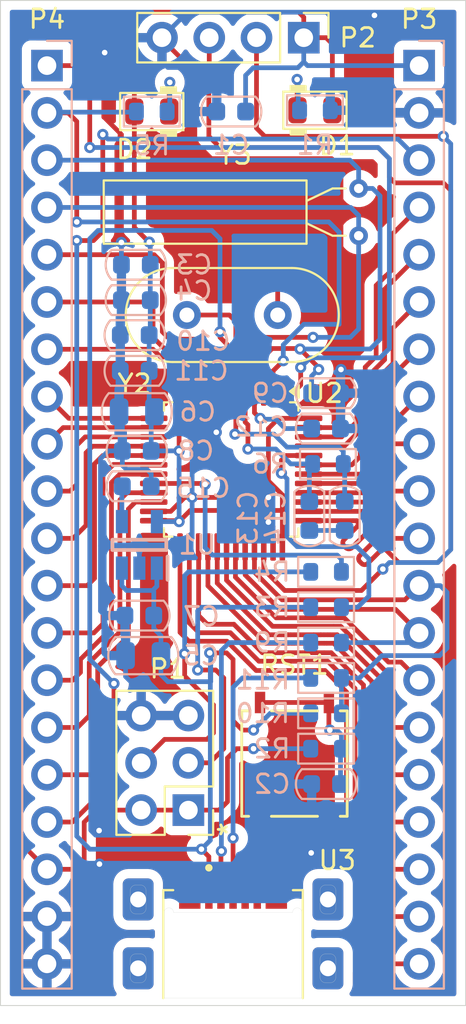
<source format=kicad_pcb>
(kicad_pcb (version 20241229) (generator "pcbnew") (generator_version "9.0")
  (layers (0 "F.Cu" signal) (2 "B.Cu" signal) (13 "F.Paste" user) (15 "B.Paste" user) (5 "F.SilkS" user "F.Silkscreen") (7 "B.SilkS" user "B.Silkscreen") (1 "F.Mask" user) (3 "B.Mask" user) (25 "Edge.Cuts" user))
  (net 0 "")
  (net 1 "GND")
  (net 2 "+3V3")
  (net 3 "Net-(C2-Pad1)")
  (net 4 "+5V")
  (net 5 "PC14")
  (net 6 "PC15")
  (net 7 "Net-(C13-Pad1)")
  (net 8 "OSCIN")
  (net 9 "OSCOUT")
  (net 10 "Net-(U1-BP)")
  (net 11 "Net-(P1-Pad4)")
  (net 12 "Net-(P1-Pad3)")
  (net 13 "SWDCLK")
  (net 14 "SWDIO")
  (net 15 "BOOT0")
  (net 16 "BOOT1")
  (net 17 "PC13")
  (net 18 "PA11")
  (net 19 "Net-(U3-D-)")
  (net 20 "PA12")
  (net 21 "Net-(U3-D+)")
  (net 22 "Earth")
  (net 23 "PA10")
  (net 24 "PA9")
  (net 25 "PB12")
  (net 26 "PB7")
  (net 27 "PB9")
  (net 28 "PB5")
  (net 29 "PB13")
  (net 30 "PB15")
  (net 31 "PB3")
  (net 32 "PB4")
  (net 33 "PA8")
  (net 34 "PB6")
  (net 35 "PB14")
  (net 36 "PA15")
  (net 37 "PB8")
  (net 38 "PB10")
  (net 39 "PB0")
  (net 40 "PA4")
  (net 41 "PB1")
  (net 42 "PA6")
  (net 43 "PA1")
  (net 44 "NRST")
  (net 45 "PA5")
  (net 46 "PA0")
  (net 47 "PA2")
  (net 48 "VBAT")
  (net 49 "PA7")
  (net 50 "PB11")
  (net 51 "PA3")
  (net 52 "Net-(D1-K)")
  (net 53 "Net-(D2-K)")
  (footprint "Package_QFP:LQFP-48_7x7mm_P0.5mm" (layer "F.Cu") (at 29.9 71.7 -90)
    (property "Reference" "U2")
    (property "Value" "STM32F103C8Tx" (hide yes))
  )
  (footprint "USBmicro_10103593-0001LF:AMPHENOL_10103593-0001LF" (layer "F.Cu") (at 30 98.5)
    (property "Reference" "U3")
    (property "Value" "10103593-0001LF" (hide yes))
    (fp_line (start -5.525 -4.175) (end -5.525 -3.225) (stroke (width 0.01)) (layer "Edge.Cuts"))
    (fp_line (start -5.525 -0.475) (end -5.525 0.475) (stroke (width 0.01)) (layer "Edge.Cuts"))
    (fp_line (start -5.225 -2.925) (end -4.975 -2.925) (stroke (width 0.01)) (layer "Edge.Cuts"))
    (fp_line (start -5.225 0.775) (end -4.975 0.775) (stroke (width 0.01)) (layer "Edge.Cuts"))
    (fp_line (start -4.975 -4.475) (end -5.225 -4.475) (stroke (width 0.01)) (layer "Edge.Cuts"))
    (fp_line (start -4.975 -0.775) (end -5.225 -0.775) (stroke (width 0.01)) (layer "Edge.Cuts"))
    (fp_line (start -4.675 -3.225) (end -4.675 -4.175) (stroke (width 0.01)) (layer "Edge.Cuts"))
    (fp_line (start -4.675 0.475) (end -4.675 -0.475) (stroke (width 0.01)) (layer "Edge.Cuts"))
    (fp_line (start -3.7 1.6) (end -3.7 -3) (stroke (width 0.01)) (layer "Edge.Cuts"))
    (fp_line (start -3.2 -3) (end 3.2 -3) (stroke (width 0.01)) (layer "Edge.Cuts"))
    (fp_line (start 3.7 -3) (end 3.7 1.6) (stroke (width 0.01)) (layer "Edge.Cuts"))
    (fp_line (start 3.7 1.6) (end -3.7 1.6) (stroke (width 0.01)) (layer "Edge.Cuts"))
    (fp_line (start 4.675 -4.175) (end 4.675 -3.225) (stroke (width 0.01)) (layer "Edge.Cuts"))
    (fp_line (start 4.675 -0.475) (end 4.675 0.475) (stroke (width 0.01)) (layer "Edge.Cuts"))
    (fp_line (start 4.975 -2.925) (end 5.225 -2.925) (stroke (width 0.01)) (layer "Edge.Cuts"))
    (fp_line (start 4.975 0.775) (end 5.225 0.775) (stroke (width 0.01)) (layer "Edge.Cuts"))
    (fp_line (start 5.225 -4.475) (end 4.975 -4.475) (stroke (width 0.01)) (layer "Edge.Cuts"))
    (fp_line (start 5.225 -0.775) (end 4.975 -0.775) (stroke (width 0.01)) (layer "Edge.Cuts"))
    (fp_line (start 5.525 -3.225) (end 5.525 -4.175) (stroke (width 0.01)) (layer "Edge.Cuts"))
    (fp_line (start 5.525 0.475) (end 5.525 -0.475) (stroke (width 0.01)) (layer "Edge.Cuts"))
    (fp_arc (start -5.525 -4.175) (mid -5.437132 -4.387132) (end -5.225 -4.475) (stroke (width 0.01)) (layer "Edge.Cuts"))
    (fp_arc (start -5.525 -0.475) (mid -5.437132 -0.687132) (end -5.225 -0.775) (stroke (width 0.01)) (layer "Edge.Cuts"))
    (fp_arc (start -5.225 -2.925) (mid -5.437132 -3.012868) (end -5.525 -3.225) (stroke (width 0.01)) (layer "Edge.Cuts"))
    (fp_arc (start -5.225 0.775) (mid -5.437132 0.687132) (end -5.525 0.475) (stroke (width 0.01)) (layer "Edge.Cuts"))
    (fp_arc (start -4.975 -4.475) (mid -4.762868 -4.387132) (end -4.675 -4.175) (stroke (width 0.01)) (layer "Edge.Cuts"))
    (fp_arc (start -4.975 -0.775) (mid -4.762868 -0.687132) (end -4.675 -0.475) (stroke (width 0.01)) (layer "Edge.Cuts"))
    (fp_arc (start -4.675 -3.225) (mid -4.762868 -3.012868) (end -4.975 -2.925) (stroke (width 0.01)) (layer "Edge.Cuts"))
    (fp_arc (start -4.675 0.475) (mid -4.762868 0.687132) (end -4.975 0.775) (stroke (width 0.01)) (layer "Edge.Cuts"))
    (fp_arc (start -3.7 -3) (mid -3.626777 -3.176777) (end -3.45 -3.25) (stroke (width 0.01)) (layer "Edge.Cuts"))
    (fp_arc (start -3.45 -3.25) (mid -3.273223 -3.176777) (end -3.2 -3) (stroke (width 0.01)) (layer "Edge.Cuts"))
    (fp_arc (start 3.2 -3) (mid 3.273223 -3.176777) (end 3.45 -3.25) (stroke (width 0.01)) (layer "Edge.Cuts"))
    (fp_arc (start 3.45 -3.25) (mid 3.626777 -3.176777) (end 3.7 -3) (stroke (width 0.01)) (layer "Edge.Cuts"))
    (fp_arc (start 4.675 -4.175) (mid 4.762868 -4.387132) (end 4.975 -4.475) (stroke (width 0.01)) (layer "Edge.Cuts"))
    (fp_arc (start 4.675 -0.475) (mid 4.762868 -0.687132) (end 4.975 -0.775) (stroke (width 0.01)) (layer "Edge.Cuts"))
    (fp_arc (start 4.975 -2.925) (mid 4.762868 -3.012868) (end 4.675 -3.225) (stroke (width 0.01)) (layer "Edge.Cuts"))
    (fp_arc (start 4.975 0.775) (mid 4.762868 0.687132) (end 4.675 0.475) (stroke (width 0.01)) (layer "Edge.Cuts"))
    (fp_arc (start 5.225 -4.475) (mid 5.437132 -4.387132) (end 5.525 -4.175) (stroke (width 0.01)) (layer "Edge.Cuts"))
    (fp_arc (start 5.225 -0.775) (mid 5.437132 -0.687132) (end 5.525 -0.475) (stroke (width 0.01)) (layer "Edge.Cuts"))
    (fp_arc (start 5.525 -3.225) (mid 5.437132 -3.012868) (end 5.225 -2.925) (stroke (width 0.01)) (layer "Edge.Cuts"))
    (fp_arc (start 5.525 0.475) (mid 5.437132 0.687132) (end 5.225 0.775) (stroke (width 0.01)) (layer "Edge.Cuts"))
  )
  (footprint "SWST_PTS526_SM15_SMTR2_LFS:SON4_PTS526 SM15 SMTR2 LFS_CNK-M" (layer "F.Cu") (at 33.3 87.5 90)
    (property "Reference" "RST1")
    (property "Value" "PTS526 SM15 SMTR2 LFS" (hide yes))
  )
  (footprint "PCM_LED_SMD_AKL:LED_0805_2012Metric" (layer "F.Cu") (at 25.63125 52.46875 180)
    (property "Reference" "D2")
    (property "Value" "LED_0805_Blue" (hide yes))
  )
  (footprint "Crystal:Crystal_AT310_D3.0mm_L10.0mm_Horizontal" (layer "F.Cu") (at 36.75 56.6 -90)
    (property "Reference" "Y3")
    (property "Value" "Crystal_32.768kHz" (hide yes))
  )
  (footprint "PCM_LED_SMD_AKL:LED_0805_2012Metric" (layer "F.Cu") (at 34.4 52.4)
    (property "Reference" "D1")
    (property "Value" "LED_0805_Red" (hide yes))
  )
  (footprint "Crystal:Crystal_HC49-4H_Vertical" (layer "F.Cu") (at 32.4 63.4 180)
    (property "Reference" "Y2")
    (property "Value" "Crystal_8MHz" (hide yes))
  )
  (footprint "Connector_PinHeader_2.54mm:PinHeader_2x03_P2.54mm_Vertical" (layer "F.Cu") (at 27.6 90 180)
    (property "Reference" "P1")
    (property "Value" "PINHD_2x3_Male" (hide yes))
  )
  (footprint "Connector_PinHeader_2.54mm:PinHeader_1x04_P2.54mm_Vertical" (layer "F.Cu") (at 33.8 48.5 -90)
    (property "Reference" "P2")
    (property "Value" "PINHD_1x4_Male" (hide yes))
  )
  (footprint "PCM_Resistor_SMD_AKL:R_0603_1608Metric" (layer "B.Cu") (at 35 84.8 180)
    (property "Reference" "R10")
    (property "Value" "4K7_0603" (hide yes))
  )
  (footprint "PCM_Resistor_SMD_AKL:R_0603_1608Metric" (layer "B.Cu") (at 35 81)
    (property "Reference" "R9")
    (property "Value" "20_0603" (hide yes))
  )
  (footprint "PCM_Resistor_SMD_AKL:R_0603_1608Metric" (layer "B.Cu") (at 35 82.9)
    (property "Reference" "R11")
    (property "Value" "20_0603" (hide yes))
  )
  (footprint "Connector_PinHeader_2.54mm:PinHeader_1x20_P2.54mm_Vertical" (layer "B.Cu") (at 20 50 180)
    (property "Reference" "P4")
    (property "Value" "PINHD_1x20_Male" (hide yes))
  )
  (footprint "PCM_Capacitor_SMD_AKL:C_0805_2012Metric" (layer "B.Cu") (at 25.175 81.7 180)
    (property "Reference" "C5")
    (property "Value" "105_0805" (hide yes))
  )
  (footprint "PCM_Capacitor_SMD_AKL:C_0603_1608Metric" (layer "B.Cu") (at 24.775 62.6 180)
    (property "Reference" "C4")
    (property "Value" "104_0603" (hide yes))
  )
  (footprint "PCM_Resistor_SMD_AKL:R_0603_1608Metric" (layer "B.Cu") (at 34.4 52.4 180)
    (property "Reference" "R1")
    (property "Value" "510_0603" (hide yes))
  )
  (footprint "PCM_Capacitor_SMD_AKL:C_0603_1608Metric" (layer "B.Cu") (at 24.965 79.55 180)
    (property "Reference" "C7")
    (property "Value" "104_0603" (hide yes))
  )
  (footprint "PCM_Capacitor_SMD_AKL:C_0805_2012Metric" (layer "B.Cu") (at 24.825 68.6 180)
    (property "Reference" "C6")
    (property "Value" "106_0805" (hide yes))
  )
  (footprint "PCM_Resistor_SMD_AKL:R_0603_1608Metric" (layer "B.Cu") (at 35.1 71.4 180)
    (property "Reference" "R6")
    (property "Value" "1M_0603" (hide yes))
  )
  (footprint "PCM_Capacitor_SMD_AKL:C_0603_1608Metric" (layer "B.Cu") (at 36 74.2 90)
    (property "Reference" "C14")
    (property "Value" "20pF_0603" (hide yes))
  )
  (footprint "PCM_Capacitor_SMD_AKL:C_0603_1608Metric" (layer "B.Cu") (at 35 69.5 180)
    (property "Reference" "C12")
    (property "Value" "20pF_0603" (hide yes))
  )
  (footprint "PCM_Capacitor_SMD_AKL:C_0603_1608Metric" (layer "B.Cu") (at 34.1 74.2 90)
    (property "Reference" "C13")
    (property "Value" "20pF_0603" (hide yes))
  )
  (footprint "PCM_Capacitor_SMD_AKL:C_0603_1608Metric" (layer "B.Cu") (at 24.775 60.7 180)
    (property "Reference" "C3")
    (property "Value" "104_0603" (hide yes))
  )
  (footprint "PCM_Capacitor_SMD_AKL:C_0603_1608Metric" (layer "B.Cu") (at 24.715122 66.4 180)
    (property "Reference" "C11")
    (property "Value" "104_0603" (hide yes))
  )
  (footprint "PCM_Capacitor_SMD_AKL:C_0603_1608Metric" (layer "B.Cu") (at 35 67.6 180)
    (property "Reference" "C9")
    (property "Value" "20pF_0603" (hide yes))
  )
  (footprint "PCM_Capacitor_SMD_AKL:C_0603_1608Metric" (layer "B.Cu") (at 24.825 72.6)
    (property "Reference" "C15")
    (property "Value" "223_0603" (hide yes))
  )
  (footprint "PCM_Resistor_SMD_AKL:R_0603_1608Metric" (layer "B.Cu") (at 25.63125 52.46875 180)
    (property "Reference" "R5")
    (property "Value" "510_0603" (hide yes))
  )
  (footprint "PCM_Resistor_SMD_AKL:R_0603_1608Metric" (layer "B.Cu") (at 35 77.2)
    (property "Reference" "R4")
    (property "Value" "100K_0603" (hide yes))
  )
  (footprint "RT9193-33GB:SOT94P279X130-5N" (layer "B.Cu") (at 24.965 75.75 90)
    (property "Reference" "U1")
    (property "Value" "RT9193-33GB" (hide yes))
  )
  (footprint "PCM_Resistor_SMD_AKL:R_0603_1608Metric" (layer "B.Cu") (at 35 86.7)
    (property "Reference" "R2")
    (property "Value" "10K_0603" (hide yes))
  )
  (footprint "PCM_Capacitor_SMD_AKL:C_0603_1608Metric" (layer "B.Cu") (at 35 88.6 180)
    (property "Reference" "C2")
    (property "Value" "105_0603" (hide yes))
  )
  (footprint "PCM_Capacitor_SMD_AKL:C_0603_1608Metric" (layer "B.Cu") (at 24.825 70.7 180)
    (property "Reference" "C8")
    (property "Value" "104_0603" (hide yes))
  )
  (footprint "PCM_Resistor_SMD_AKL:R_0603_1608Metric" (layer "B.Cu") (at 35 79.1 180)
    (property "Reference" "R3")
    (property "Value" "100K_0603" (hide yes))
  )
  (footprint "Connector_PinHeader_2.54mm:PinHeader_1x20_P2.54mm_Vertical" (layer "B.Cu") (at 40 50 180)
    (property "Reference" "P3")
    (property "Value" "PINHD_1x20_Male" (hide yes))
  )
  (footprint "PCM_Capacitor_SMD_AKL:C_0603_1608Metric" (layer "B.Cu") (at 24.715122 64.479996 180)
    (property "Reference" "C10")
    (property "Value" "104_0603" (hide yes))
  )
  (footprint "PCM_Capacitor_SMD_AKL:C_0603_1608Metric" (layer "B.Cu") (at 29.9 52.46875 180)
    (property "Reference" "C1")
    (property "Value" "104_0603" (hide yes))
  )
  (gr_rect (start 17.5 46.5) (end 42.5 100.5) (stroke (width 0.05)) (fill no) (layer "Edge.Cuts"))
  (segment (start 30.65 94.55) (end 30.65 92.65) (width 0.254) (layer "F.Cu") (net 1))
  (segment (start 32.15 74.75) (end 31.9 74.5) (width 0.254) (layer "F.Cu") (net 1))
  (segment (start 32.15 75.8625) (end 32.15 74.75) (width 0.254) (layer "F.Cu") (net 1))
  (segment (start 31.450001 90.781949) (end 35.149999 90.781949) (width 0.254) (layer "F.Cu") (net 1))
  (segment (start 27.8 50.2) (end 26.18 48.58) (width 0.254) (layer "F.Cu") (net 1))
  (segment (start 35.8 66.327) (end 35.8 55.5) (width 0.254) (layer "F.Cu") (net 1))
  (segment (start 23.1 52.8) (end 23.1 49.3) (width 0.254) (layer "F.Cu") (net 1))
  (segment (start 30.65 92.65) (end 31 92.3) (width 0.254) (layer "F.Cu") (net 1))
  (segment (start 20 98.26) (end 20 95.72) (width 0.254) (layer "F.Cu") (net 1))
  (segment (start 35.8 55.5) (end 35.3 55) (width 0.254) (layer "F.Cu") (net 1))
  (segment (start 35.3 55) (end 28.4 55) (width 0.254) (layer "F.Cu") (net 1))
  (segment (start 29.15 69.65) (end 29.15 67.5375) (width 0.254) (layer "F.Cu") (net 1))
  (segment (start 27.8 73.2) (end 27.4 73.2) (width 0.254) (layer "F.Cu") (net 1))
  (segment (start 31.9 74.5) (end 31.9 74.527) (width 0.254) (layer "F.Cu") (net 1))
  (segment (start 24 59.5) (end 24 53.7) (width 0.254) (layer "F.Cu") (net 1))
  (segment (start 35.8 69.2) (end 35.55 69.45) (width 0.254) (layer "F.Cu") (net 1))
  (segment (start 25.06 84.92) (end 27.6 84.92) (width 0.254) (layer "F.Cu") (net 1))
  (segment (start 35.55 69.45) (end 34.0625 69.45) (width 0.254) (layer "F.Cu") (net 1))
  (segment (start 34.2 92.3) (end 31.450001 92.3) (width 0.254) (layer "F.Cu") (net 1))
  (segment (start 29.1 69.7) (end 29.15 69.65) (width 0.254) (layer "F.Cu") (net 1))
  (segment (start 27.8 54.4) (end 27.8 50.2) (width 0.254) (layer "F.Cu") (net 1))
  (segment (start 27.8 73.2) (end 31.8 73.2) (width 0.254) (layer "F.Cu") (net 1))
  (segment (start 22.8 91.1) (end 22.8 92.88) (width 0.254) (layer "F.Cu") (net 1))
  (segment (start 30.65 94.55) (end 31.3 94.55) (width 0.254) (layer "F.Cu") (net 1))
  (segment (start 28.4 55) (end 27.8 54.4) (width 0.254) (layer "F.Cu") (net 1))
  (segment (start 38.14 52.54) (end 40 52.54) (width 0.254) (layer "F.Cu") (net 1))
  (segment (start 31 92.3) (end 31.450001 92.3) (width 0.254) (layer "F.Cu") (net 1))
  (segment (start 37.6 52) (end 38.14 52.54) (width 0.254) (layer "F.Cu") (net 1))
  (segment (start 31.450001 92.3) (end 31.450001 90.781949) (width 0.254) (layer "F.Cu") (net 1))
  (segment (start 37.6 47.3) (end 37.6 52) (width 0.254) (layer "F.Cu") (net 1))
  (segment (start 27.4 73.2) (end 26.65 73.95) (width 0.254) (layer "F.Cu") (net 1))
  (segment (start 24 53.7) (end 23.1 52.8) (width 0.254) (layer "F.Cu") (net 1))
  (segment (start 31.8 73.2) (end 31.9 73.2) (width 0.254) (layer "F.Cu") (net 1))
  (segment (start 26.18 48.58) (end 26.18 48.5) (width 0.254) (layer "F.Cu") (net 1))
  (segment (start 22.8 92.88) (end 22.82 92.9) (width 0.254) (layer "F.Cu") (net 1))
  (segment (start 35.8 66.327) (end 35.8 69.2) (width 0.254) (layer "F.Cu") (net 1))
  (segment (start 26.65 73.95) (end 25.7375 73.95) (width 0.254) (layer "F.Cu") (net 1))
  (via (at 22.8 91.1) (size 0.6) (drill 0.3) (layers "F.Cu" "B.Cu") (net 1))
  (via (at 22.82 92.9) (size 0.6) (drill 0.3) (layers "F.Cu" "B.Cu") (net 1))
  (via (at 31.9 74.527) (size 0.6) (drill 0.3) (layers "F.Cu" "B.Cu") (net 1))
  (via (at 27.8 73.2) (size 0.6) (drill 0.3) (layers "F.Cu" "B.Cu") (net 1))
  (via (at 31.9 73.2) (size 0.6) (drill 0.3) (layers "F.Cu" "B.Cu") (net 1))
  (via (at 35.8 66.327) (size 0.6) (drill 0.3) (layers "F.Cu" "B.Cu") (net 1))
  (via (at 23.1 49.3) (size 0.6) (drill 0.3) (layers "F.Cu" "B.Cu") (net 1))
  (via (at 34.2 92.3) (size 0.6) (drill 0.3) (layers "F.Cu" "B.Cu") (net 1))
  (via (at 37.6 47.3) (size 0.6) (drill 0.3) (layers "F.Cu" "B.Cu") (net 1))
  (via (at 29.1 69.7) (size 0.6) (drill 0.3) (layers "F.Cu" "B.Cu") (net 1))
  (via (at 24 59.5) (size 0.6) (drill 0.3) (layers "F.Cu" "B.Cu") (net 1))
  (segment (start 24.875 75.8) (end 22.875 75.8) (width 0.254) (layer "B.Cu") (net 1))
  (segment (start 24.225 81.7) (end 24.225 79.585) (width 0.254) (layer "B.Cu") (net 1))
  (segment (start 39.86 52.4) (end 35.225 52.4) (width 0.254) (layer "B.Cu") (net 1))
  (segment (start 26.18 49.78) (end 26.18 48.5) (width 0.254) (layer "B.Cu") (net 1))
  (segment (start 23.125 79.55) (end 24.19 79.55) (width 0.254) (layer "B.Cu") (net 1))
  (segment (start 25.06 84.92) (end 23.08 84.92) (width 0.254) (layer "B.Cu") (net 1))
  (segment (start 22.82 92.9) (end 33.6 92.9) (width 0.254) (layer "B.Cu") (net 1))
  (segment (start 23.940122 68.534878) (end 23.875 68.6) (width 0.254) (layer "B.Cu") (net 1))
  (segment (start 28.7 50.1) (end 26.5 50.1) (width 0.254) (layer "B.Cu") (net 1))
  (segment (start 23.940122 66.4) (end 23.940122 68.534878) (width 0.254) (layer "B.Cu") (net 1))
  (segment (start 22.875 71.125) (end 22.875 79.3) (width 0.254) (layer "B.Cu") (net 1))
  (segment (start 25.375 71.7) (end 24.275 71.7) (width 0.254) (layer "B.Cu") (net 1))
  (segment (start 34.2 88.625) (end 34.2 92.3) (width 0.254) (layer "B.Cu") (net 1))
  (segment (start 23.08 84.92) (end 22.8 85.2) (width 0.254) (layer "B.Cu") (net 1))
  (segment (start 24.05 70.7) (end 24.05 68.775) (width 0.254) (layer "B.Cu") (net 1))
  (segment (start 23.940122 62.659878) (end 24 62.6) (width 0.254) (layer "B.Cu") (net 1))
  (segment (start 23.1 49.3) (end 23.9 48.5) (width 0.254) (layer "B.Cu") (net 1))
  (segment (start 24 60.7) (end 24 62.6) (width 0.254) (layer "B.Cu") (net 1))
  (segment (start 24.965 77) (end 24.965 75.89) (width 0.254) (layer "B.Cu") (net 1))
  (segment (start 24.965 75.89) (end 24.875 75.8) (width 0.254) (layer "B.Cu") (net 1))
  (segment (start 35.8 66.327) (end 35.8 67.575) (width 0.254) (layer "B.Cu") (net 1))
  (segment (start 33.6 92.9) (end 34.2 92.3) (width 0.254) (layer "B.Cu") (net 1))
  (segment (start 29.125 52.46875) (end 29.125 50.525) (width 0.254) (layer "B.Cu") (net 1))
  (segment (start 25.6 71.925) (end 25.375 71.7) (width 0.254) (layer "B.Cu") (net 1))
  (segment (start 31.9 73.2) (end 31.9 74.527) (width 0.254) (layer "B.Cu") (net 1))
  (segment (start 24.05 70.7) (end 23.3 70.7) (width 0.254) (layer "B.Cu") (net 1))
  (segment (start 22.82 95.28) (end 22.82 92.9) (width 0.254) (layer "B.Cu") (net 1))
  (segment (start 27.8 75.4) (end 27.4 75.8) (width 0.254) (layer "B.Cu") (net 1))
  (segment (start 27.552 47.128) (end 26.18 48.5) (width 0.254) (layer "B.Cu") (net 1))
  (segment (start 23.3 70.7) (end 22.875 71.125) (width 0.254) (layer "B.Cu") (net 1))
  (segment (start 27.8 73.2) (end 27.8 75.4) (width 0.254) (layer "B.Cu") (net 1))
  (segment (start 25.6 72.6) (end 25.6 71.925) (width 0.254) (layer "B.Cu") (net 1))
  (segment (start 27.4 75.8) (end 24.875 75.8) (width 0.254) (layer "B.Cu") (net 1))
  (segment (start 24.275 71.7) (end 24.05 71.475) (width 0.254) (layer "B.Cu") (net 1))
  (segment (start 29.1 69.7) (end 28.1 69.7) (width 0.254) (layer "B.Cu") (net 1))
  (segment (start 37.428 47.128) (end 27.552 47.128) (width 0.254) (layer "B.Cu") (net 1))
  (segment (start 35.8 67.575) (end 35.775 67.6) (width 0.254) (layer "B.Cu") (net 1))
  (segment (start 26.5 50.1) (end 26.18 49.78) (width 0.254) (layer "B.Cu") (net 1))
  (segment (start 40 52.54) (end 39.86 52.4) (width 0.254) (layer "B.Cu") (net 1))
  (segment (start 34.225 88.6) (end 34.2 88.625) (width 0.254) (layer "B.Cu") (net 1))
  (segment (start 27.8 70) (end 27.8 73.2) (width 0.254) (layer "B.Cu") (net 1))
  (segment (start 24.225 79.585) (end 24.19 79.55) (width 0.254) (layer "B.Cu") (net 1))
  (segment (start 23.940122 64.479996) (end 23.940122 62.659878) (width 0.254) (layer "B.Cu") (net 1))
  (segment (start 22.8 85.2) (end 22.8 91.1) (width 0.254) (layer "B.Cu") (net 1))
  (segment (start 35.775 69.5) (end 35.775 67.6) (width 0.254) (layer "B.Cu") (net 1))
  (segment (start 28.1 69.7) (end 27.8 70) (width 0.254) (layer "B.Cu") (net 1))
  (segment (start 24 60.7) (end 24 59.5) (width 0.254) (layer "B.Cu") (net 1))
  (segment (start 29.125 50.525) (end 28.7 50.1) (width 0.254) (layer "B.Cu") (net 1))
  (segment (start 22.875 79.3) (end 23.125 79.55) (width 0.254) (layer "B.Cu") (net 1))
  (segment (start 24.05 68.775) (end 23.875 68.6) (width 0.254) (layer "B.Cu") (net 1))
  (segment (start 20 95.72) (end 22.38 95.72) (width 0.254) (layer "B.Cu") (net 1))
  (segment (start 24.225 81.7) (end 24.225 82.825) (width 0.254) (layer "B.Cu") (net 1))
  (segment (start 22.38 95.72) (end 22.82 95.28) (width 0.254) (layer "B.Cu") (net 1))
  (segment (start 37.6 47.3) (end 37.428 47.128) (width 0.254) (layer "B.Cu") (net 1))
  (segment (start 23.9 48.5) (end 26.18 48.5) (width 0.254) (layer "B.Cu") (net 1))
  (segment (start 25.06 83.66) (end 25.06 84.92) (width 0.254) (layer "B.Cu") (net 1))
  (segment (start 24.05 71.475) (end 24.05 70.7) (width 0.254) (layer "B.Cu") (net 1))
  (segment (start 23.940122 64.479996) (end 23.940122 66.4) (width 0.254) (layer "B.Cu") (net 1))
  (segment (start 24.225 82.825) (end 25.06 83.66) (width 0.254) (layer "B.Cu") (net 1))
  (segment (start 25.2 47.128) (end 33.528 47.128) (width 0.254) (layer "F.Cu") (net 2))
  (segment (start 27.1 74.5) (end 27.7 73.9) (width 0.254) (layer "F.Cu") (net 2))
  (segment (start 19.772 47.128) (end 18.4 48.5) (width 0.254) (layer "F.Cu") (net 2))
  (segment (start 32.65 73.061874) (end 32.65 75.8625) (width 0.254) (layer "F.Cu") (net 2))
  (segment (start 30.2 86.7) (end 29.7 87.2) (width 0.254) (layer "F.Cu") (net 2))
  (segment (start 33.8 47.4) (end 33.8 48.5) (width 0.254) (layer "F.Cu") (net 2))
  (segment (start 22 90.643468) (end 22.643468 90) (width 0.254) (layer "F.Cu") (net 2))
  (segment (start 22.643468 90) (end 25.06 90) (width 0.254) (layer "F.Cu") (net 2))
  (segment (start 18.4 48.5) (end 18.4 91.58) (width 0.254) (layer "F.Cu") (net 2))
  (segment (start 29.7 89.55) (end 29.25 90) (width 0.254) (layer "F.Cu") (net 2))
  (segment (start 34.0625 68.95) (end 32.45 68.95) (width 0.254) (layer "F.Cu") (net 2))
  (segment (start 31.9 72.311874) (end 32.65 73.061874) (width 0.254) (layer "F.Cu") (net 2))
  (segment (start 24.69375 47.63425) (end 25.2 47.128) (width 0.254) (layer "F.Cu") (net 2))
  (segment (start 31.9 69.5) (end 31.9 72.311874) (width 0.254) (layer "F.Cu") (net 2))
  (segment (start 33.528 47.128) (end 33.8 47.4) (width 0.254) (layer "F.Cu") (net 2))
  (segment (start 28.4 69.1) (end 28.65 68.85) (width 0.254) (layer "F.Cu") (net 2))
  (segment (start 27.05 74.45) (end 25.7375 74.45) (width 0.254) (layer "F.Cu") (net 2))
  (segment (start 35 48.5) (end 35.3375 48.8375) (width 0.254) (layer "F.Cu") (net 2))
  (segment (start 27.1 70.7) (end 27.1 69.4) (width 0.254) (layer "F.Cu") (net 2))
  (segment (start 32.628 75.8405) (end 32.65 75.8625) (width 0.254) (layer "F.Cu") (net 2))
  (segment (start 27.6 90) (end 25.06 90) (width 0.254) (layer "F.Cu") (net 2))
  (segment (start 24.69375 58.69375) (end 24.69375 52.46875) (width 0.254) (layer "F.Cu") (net 2))
  (segment (start 33.8 48.5) (end 35 48.5) (width 0.254) (layer "F.Cu") (net 2))
  (segment (start 18.4 91.58) (end 20 93.18) (width 0.254) (layer "F.Cu") (net 2))
  (segment (start 29.7 87.2) (end 29.7 89.55) (width 0.254) (layer "F.Cu") (net 2))
  (segment (start 35.3375 48.8375) (end 35.3375 52.4) (width 0.254) (layer "F.Cu") (net 2))
  (segment (start 27.7 73.9) (end 32.65 73.9) (width 0.254) (layer "F.Cu") (net 2))
  (segment (start 27.1 69.4) (end 27.4 69.1) (width 0.254) (layer "F.Cu") (net 2))
  (segment (start 27.4 69.1) (end 28.4 69.1) (width 0.254) (layer "F.Cu") (net 2))
  (segment (start 31.1 86.7) (end 30.2 86.7) (width 0.254) (layer "F.Cu") (net 2))
  (segment (start 28.65 68.85) (end 28.65 67.5375) (width 0.254) (layer "F.Cu") (net 2))
  (segment (start 22 92.7) (end 22 90.643468) (width 0.254) (layer "F.Cu") (net 2))
  (segment (start 20 93.18) (end 21.52 93.18) (width 0.254) (layer "F.Cu") (net 2))
  (segment (start 29.25 90) (end 27.6 90) (width 0.254) (layer "F.Cu") (net 2))
  (segment (start 24.69375 52.46875) (end 24.69375 47.63425) (width 0.254) (layer "F.Cu") (net 2))
  (segment (start 25.2 47.128) (end 19.772 47.128) (width 0.254) (layer "F.Cu") (net 2))
  (segment (start 32.45 68.95) (end 31.9 69.5) (width 0.254) (layer "F.Cu") (net 2))
  (segment (start 25.482 59.482) (end 24.69375 58.69375) (width 0.254) (layer "F.Cu") (net 2))
  (segment (start 25.5 59.482) (end 25.482 59.482) (width 0.254) (layer "F.Cu") (net 2))
  (segment (start 21.52 93.18) (end 22 92.7) (width 0.254) (layer "F.Cu") (net 2))
  (segment (start 27.1 74.5) (end 27.05 74.45) (width 0.254) (layer "F.Cu") (net 2))
  (via (at 25.5 59.482) (size 0.6) (drill 0.3) (layers "F.Cu" "B.Cu") (net 2))
  (via (at 27.1 70.7) (size 0.6) (drill 0.3) (layers "F.Cu" "B.Cu") (net 2))
  (via (at 31.1 86.7) (size 0.6) (drill 0.3) (layers "F.Cu" "B.Cu") (net 2))
  (via (at 27.1 74.5) (size 0.6) (drill 0.3) (layers "F.Cu" "B.Cu") (net 2))
  (segment (start 25.55 59.532) (end 25.5 59.482) (width 0.254) (layer "B.Cu") (net 2))
  (segment (start 33.8 49.8) (end 33.484644 50.115356) (width 0.254) (layer "B.Cu") (net 2))
  (segment (start 33.8 48.5) (end 33.8 49.8) (width 0.254) (layer "B.Cu") (net 2))
  (segment (start 25.490122 66.4) (end 25.490122 68.315122) (width 0.254) (layer "B.Cu") (net 2))
  (segment (start 25.490122 64.479996) (end 25.490122 66.4) (width 0.254) (layer "B.Cu") (net 2))
  (segment (start 34.175 86.7) (end 31.1 86.7) (width 0.254) (layer "B.Cu") (net 2))
  (segment (start 34 50) (end 40 50) (width 0.254) (layer "B.Cu") (net 2))
  (segment (start 33.8 49.8) (end 34 50) (width 0.254) (layer "B.Cu") (net 2))
  (segment (start 30.675 50.525) (end 30.675 52.46875) (width 0.254) (layer "B.Cu") (net 2))
  (segment (start 33.484644 50.115356) (end 31.084644 50.115356) (width 0.254) (layer "B.Cu") (net 2))
  (segment (start 27.1 70.7) (end 25.6 70.7) (width 0.254) (layer "B.Cu") (net 2))
  (segment (start 25.6 70.7) (end 25.6 68.775) (width 0.254) (layer "B.Cu") (net 2))
  (segment (start 25.490122 68.315122) (end 25.775 68.6) (width 0.254) (layer "B.Cu") (net 2))
  (segment (start 25.55 60.7) (end 25.55 62.6) (width 0.254) (layer "B.Cu") (net 2))
  (segment (start 25.55 64.420118) (end 25.490122 64.479996) (width 0.254) (layer "B.Cu") (net 2))
  (segment (start 27.1 74.5) (end 27.1 70.7) (width 0.254) (layer "B.Cu") (net 2))
  (segment (start 25.55 62.6) (end 25.55 64.420118) (width 0.254) (layer "B.Cu") (net 2))
  (segment (start 31.084644 50.115356) (end 30.675 50.525) (width 0.254) (layer "B.Cu") (net 2))
  (segment (start 25.55 60.7) (end 25.55 59.532) (width 0.254) (layer "B.Cu") (net 2))
  (segment (start 27.1 74.5) (end 25.905 74.5) (width 0.254) (layer "B.Cu") (net 2))
  (segment (start 25.6 68.775) (end 25.775 68.6) (width 0.254) (layer "B.Cu") (net 2))
  (segment (start 35.149999 85.649999) (end 35.2 85.7) (width 0.254) (layer "F.Cu") (net 3))
  (segment (start 31.450001 84.218051) (end 35.149999 84.218051) (width 0.254) (layer "F.Cu") (net 3))
  (segment (start 35.149999 84.218051) (end 35.149999 85.649999) (width 0.254) (layer "F.Cu") (net 3))
  (via (at 35.2 85.7) (size 0.6) (drill 0.3) (layers "F.Cu" "B.Cu") (net 3))
  (segment (start 35.825 85.95) (end 35.825 86.7) (width 0.254) (layer "B.Cu") (net 3))
  (segment (start 35.575 85.7) (end 35.825 85.95) (width 0.254) (layer "B.Cu") (net 3))
  (segment (start 35.2 85.7) (end 35.575 85.7) (width 0.254) (layer "B.Cu") (net 3))
  (segment (start 35.775 88.6) (end 35.775 86.75) (width 0.254) (layer "B.Cu") (net 3))
  (segment (start 35.775 86.75) (end 35.825 86.7) (width 0.254) (layer "B.Cu") (net 3))
  (segment (start 22.5 59.4) (end 21.6 59.4) (width 0.254) (layer "F.Cu") (net 4))
  (segment (start 28.3 92.1) (end 28.7 92.5) (width 0.254) (layer "F.Cu") (net 4))
  (segment (start 30.5 85.7) (end 31.1 85.7) (width 0.254) (layer "F.Cu") (net 4))
  (segment (start 29.654 81.554) (end 30 81.9) (width 0.254) (layer "F.Cu") (net 4))
  (segment (start 23 58.9) (end 22.5 59.4) (width 0.254) (layer "F.Cu") (net 4))
  (segment (start 30 85.2) (end 30.5 85.7) (width 0.254) (layer "F.Cu") (net 4))
  (segment (start 23 53.7) (end 23 58.9) (width 0.254) (layer "F.Cu") (net 4))
  (segment (start 30 81.9) (end 30 85.2) (width 0.254) (layer "F.Cu") (net 4))
  (segment (start 28.746 81.554) (end 29.654 81.554) (width 0.254) (layer "F.Cu") (net 4))
  (segment (start 28.7 92.5) (end 28.7 94.55) (width 0.254) (layer "F.Cu") (net 4))
  (via (at 21.6 59.4) (size 0.6) (drill 0.3) (layers "F.Cu" "B.Cu") (net 4))
  (via (at 23 53.7) (size 0.6) (drill 0.3) (layers "F.Cu" "B.Cu") (net 4))
  (via (at 28.746 81.554) (size 0.6) (drill 0.3) (layers "F.Cu" "B.Cu") (net 4))
  (via (at 31.1 85.7) (size 0.6) (drill 0.3) (layers "F.Cu" "B.Cu") (net 4))
  (via (at 28.3 92.1) (size 0.6) (drill 0.3) (layers "F.Cu" "B.Cu") (net 4))
  (segment (start 21.6 91.4) (end 22.3 92.1) (width 0.254) (layer "B.Cu") (net 4))
  (segment (start 26.5 83.1) (end 26.125 82.725) (width 0.254) (layer "B.Cu") (net 4))
  (segment (start 26.125 80.625) (end 26.125 81.7) (width 0.254) (layer "B.Cu") (net 4))
  (segment (start 24.025 77) (end 24.025 77.95) (width 0.254) (layer "B.Cu") (net 4))
  (segment (start 23 53.7) (end 23.1 53.6) (width 0.254) (layer "B.Cu") (net 4))
  (segment (start 28.8 81.554) (end 28.8 82.156) (width 0.254) (layer "B.Cu") (net 4))
  (segment (start 28.778 91.622) (end 28.3 92.1) (width 0.254) (layer "B.Cu") (net 4))
  (segment (start 28.778 82.178) (end 28.778 91.622) (width 0.254) (layer "B.Cu") (net 4))
  (segment (start 24.275 78.2) (end 25.675 78.2) (width 0.254) (layer "B.Cu") (net 4))
  (segment (start 24.025 77.95) (end 24.275 78.2) (width 0.254) (layer "B.Cu") (net 4))
  (segment (start 38.865 53.945) (end 40 55.08) (width 0.254) (layer "B.Cu") (net 4))
  (segment (start 25.74 79.55) (end 25.74 78.265) (width 0.254) (layer "B.Cu") (net 4))
  (segment (start 23.1 53.6) (end 23.1 53.773) (width 0.254) (layer "B.Cu") (net 4))
  (segment (start 22.3 92.1) (end 28.3 92.1) (width 0.254) (layer "B.Cu") (net 4))
  (segment (start 28.8 81.554) (end 28.8 83.1) (width 0.254) (layer "B.Cu") (net 4))
  (segment (start 28.746 81.554) (end 28.8 81.554) (width 0.254) (layer "B.Cu") (net 4))
  (segment (start 28.8 83.1) (end 26.5 83.1) (width 0.254) (layer "B.Cu") (net 4))
  (segment (start 23.1 53.773) (end 23.272 53.945) (width 0.254) (layer "B.Cu") (net 4))
  (segment (start 34.175 84.8) (end 32 84.8) (width 0.254) (layer "B.Cu") (net 4))
  (segment (start 25.675 78.2) (end 25.905 77.97) (width 0.254) (layer "B.Cu") (net 4))
  (segment (start 25.905 77.97) (end 25.905 77) (width 0.254) (layer "B.Cu") (net 4))
  (segment (start 25.74 78.265) (end 25.675 78.2) (width 0.254) (layer "B.Cu") (net 4))
  (segment (start 32 84.8) (end 31.1 85.7) (width 0.254) (layer "B.Cu") (net 4))
  (segment (start 25.74 79.55) (end 25.74 80.24) (width 0.254) (layer "B.Cu") (net 4))
  (segment (start 23.272 53.945) (end 38.865 53.945) (width 0.254) (layer "B.Cu") (net 4))
  (segment (start 26.125 82.725) (end 26.125 81.7) (width 0.254) (layer "B.Cu") (net 4))
  (segment (start 28.8 82.156) (end 28.778 82.178) (width 0.254) (layer "B.Cu") (net 4))
  (segment (start 21.6 59.4) (end 21.6 91.4) (width 0.254) (layer "B.Cu") (net 4))
  (segment (start 25.74 80.24) (end 26.125 80.625) (width 0.254) (layer "B.Cu") (net 4))
  (segment (start 33.573 65.2) (end 32.1 65.2) (width 0.254) (layer "F.Cu") (net 5))
  (segment (start 34.6 66.227) (end 33.6 65.227) (width 0.254) (layer "F.Cu") (net 5))
  (segment (start 31.65 65.65) (end 31.65 67.5375) (width 0.254) (layer "F.Cu") (net 5))
  (segment (start 32.1 65.2) (end 31.65 65.65) (width 0.254) (layer "F.Cu") (net 5))
  (segment (start 33.6 65.227) (end 33.573 65.2) (width 0.254) (layer "F.Cu") (net 5))
  (segment (start 34.6 66.327) (end 34.6 66.227) (width 0.254) (layer "F.Cu") (net 5))
  (via (at 34.6 66.327) (size 0.6) (drill 0.3) (layers "F.Cu" "B.Cu") (net 5))
  (via (at 33.6 65.227) (size 0.6) (drill 0.3) (layers "F.Cu" "B.Cu") (net 5))
  (segment (start 34.225 66.675) (end 34.6 66.3) (width 0.254) (layer "B.Cu") (net 5))
  (segment (start 36.75 56.6) (end 36.75 55.55) (width 0.254) (layer "B.Cu") (net 5))
  (segment (start 37.9 64.7) (end 37.9 57) (width 0.254) (layer "B.Cu") (net 5))
  (segment (start 37.373 65.227) (end 37.9 64.7) (width 0.254) (layer "B.Cu") (net 5))
  (segment (start 37.5 56.6) (end 36.75 56.6) (width 0.254) (layer "B.Cu") (net 5))
  (segment (start 33.6 65.227) (end 37.373 65.227) (width 0.254) (layer "B.Cu") (net 5))
  (segment (start 34.6 66.3) (end 34.6 66.327) (width 0.254) (layer "B.Cu") (net 5))
  (segment (start 34.225 67.6) (end 34.225 66.675) (width 0.254) (layer "B.Cu") (net 5))
  (segment (start 37.9 57) (end 37.5 56.6) (width 0.254) (layer "B.Cu") (net 5))
  (segment (start 36.28 55.08) (end 20 55.08) (width 0.254) (layer "B.Cu") (net 5))
  (segment (start 36.75 55.55) (end 36.28 55.08) (width 0.254) (layer "B.Cu") (net 5))
  (segment (start 31.15 64.974523) (end 31.15 67.5375) (width 0.254) (layer "F.Cu") (net 6))
  (segment (start 34.3 64.6) (end 31.524523 64.6) (width 0.254) (layer "F.Cu") (net 6))
  (segment (start 31.524523 64.6) (end 31.15 64.974523) (width 0.254) (layer "F.Cu") (net 6))
  (segment (start 31.15 67.5375) (end 31.15 68.65) (width 0.254) (layer "F.Cu") (net 6))
  (segment (start 31.15 68.65) (end 31.456644 68.956644) (width 0.254) (layer "F.Cu") (net 6))
  (via (at 31.456644 68.956644) (size 0.6) (drill 0.3) (layers "F.Cu" "B.Cu") (net 6))
  (via (at 34.3 64.6) (size 0.6) (drill 0.3) (layers "F.Cu" "B.Cu") (net 6))
  (segment (start 31.5 69) (end 31.456644 68.956644) (width 0.254) (layer "B.Cu") (net 6))
  (segment (start 36.3 64.6) (end 36.75 64.15) (width 0.254) (layer "B.Cu") (net 6))
  (segment (start 32.3 69) (end 31.5 69) (width 0.254) (layer "B.Cu") (net 6))
  (segment (start 36.75 64.15) (end 36.75 59.14) (width 0.254) (layer "B.Cu") (net 6))
  (segment (start 36.75 59.14) (end 36.75 58.05) (width 0.254) (layer "B.Cu") (net 6))
  (segment (start 34.3 64.6) (end 36.3 64.6) (width 0.254) (layer "B.Cu") (net 6))
  (segment (start 36.75 58.05) (end 36.32 57.62) (width 0.254) (layer "B.Cu") (net 6))
  (segment (start 32.8 69.5) (end 32.3 69) (width 0.254) (layer "B.Cu") (net 6))
  (segment (start 36.32 57.62) (end 20 57.62) (width 0.254) (layer "B.Cu") (net 6))
  (segment (start 34.225 69.5) (end 32.8 69.5) (width 0.254) (layer "B.Cu") (net 6))
  (segment (start 34.1 74.975) (end 36 74.975) (width 0.254) (layer "B.Cu") (net 7))
  (segment (start 30.8 70.6) (end 30.8 69.3) (width 0.254) (layer "F.Cu") (net 8))
  (segment (start 30.8 69.3) (end 30.65 69.15) (width 0.254) (layer "F.Cu") (net 8))
  (segment (start 30.65 69.15) (end 30.65 67.5375) (width 0.254) (layer "F.Cu") (net 8))
  (segment (start 30.65 62) (end 31.05 61.6) (width 0.254) (layer "F.Cu") (net 8))
  (segment (start 32 61.6) (end 32.4 62) (width 0.254) (layer "F.Cu") (net 8))
  (segment (start 30.65 67.5375) (end 30.65 62) (width 0.254) (layer "F.Cu") (net 8))
  (segment (start 31.05 61.6) (end 32 61.6) (width 0.254) (layer "F.Cu") (net 8))
  (segment (start 32.4 62) (end 32.4 63.4) (width 0.254) (layer "F.Cu") (net 8))
  (via (at 30.8 70.6) (size 0.6) (drill 0.3) (layers "F.Cu" "B.Cu") (net 8))
  (segment (start 32.3 70.6) (end 33.1 71.4) (width 0.254) (layer "B.Cu") (net 8))
  (segment (start 33.1 71.4) (end 34.275 71.4) (width 0.254) (layer "B.Cu") (net 8))
  (segment (start 30.8 70.6) (end 32.3 70.6) (width 0.254) (layer "B.Cu") (net 8))
  (segment (start 34.1 73.425) (end 34.1 71.575) (width 0.254) (layer "B.Cu") (net 8))
  (segment (start 30.15 63.75) (end 30.15 67.5375) (width 0.254) (layer "F.Cu") (net 9))
  (segment (start 30.1 69.8) (end 30.15 69.75) (width 0.254) (layer "F.Cu") (net 9))
  (segment (start 29.8 63.4) (end 30.15 63.75) (width 0.254) (layer "F.Cu") (net 9))
  (segment (start 30.15 69.75) (end 30.15 67.5375) (width 0.254) (layer "F.Cu") (net 9))
  (segment (start 27.52 63.4) (end 29.8 63.4) (width 0.254) (layer "F.Cu") (net 9))
  (via (at 30.1 69.8) (size 0.6) (drill 0.3) (layers "F.Cu" "B.Cu") (net 9))
  (segment (start 32.2 69.8) (end 32.9 70.5) (width 0.254) (layer "B.Cu") (net 9))
  (segment (start 30.1 69.8) (end 32.2 69.8) (width 0.254) (layer "B.Cu") (net 9))
  (segment (start 32.9 70.5) (end 35.7 70.5) (width 0.254) (layer "B.Cu") (net 9))
  (segment (start 36 71.475) (end 35.925 71.4) (width 0.254) (layer "B.Cu") (net 9))
  (segment (start 36 73.425) (end 36 71.475) (width 0.254) (layer "B.Cu") (net 9))
  (segment (start 35.7 70.5) (end 35.925 70.725) (width 0.254) (layer "B.Cu") (net 9))
  (segment (start 35.925 70.725) (end 35.925 71.4) (width 0.254) (layer "B.Cu") (net 9))
  (segment (start 24.025 72.625) (end 24.05 72.6) (width 0.254) (layer "B.Cu") (net 10))
  (segment (start 24.025 74.5) (end 24.025 72.625) (width 0.254) (layer "B.Cu") (net 10))
  (segment (start 27.4 82.8) (end 28.945 84.345) (width 0.254) (layer "F.Cu") (net 11))
  (segment (start 28.945 85.855) (end 28.6 86.2) (width 0.254) (layer "F.Cu") (net 11))
  (segment (start 27.390981 81.593598) (end 27.4 81.602617) (width 0.254) (layer "F.Cu") (net 11))
  (segment (start 26.32 86.2) (end 25.06 87.46) (width 0.254) (layer "F.Cu") (net 11))
  (segment (start 28.945 84.345) (end 28.945 85.855) (width 0.254) (layer "F.Cu") (net 11))
  (segment (start 27.4 81.602617) (end 27.4 82.8) (width 0.254) (layer "F.Cu") (net 11))
  (segment (start 28.6 86.2) (end 26.32 86.2) (width 0.254) (layer "F.Cu") (net 11))
  (via (at 27.390981 81.593598) (size 0.6) (drill 0.3) (layers "F.Cu" "B.Cu") (net 11))
  (segment (start 27.4 81.584579) (end 27.4 77.4) (width 0.254) (layer "B.Cu") (net 11))
  (segment (start 27.6 77.2) (end 34.175 77.2) (width 0.254) (layer "B.Cu") (net 11))
  (segment (start 27.390981 81.593598) (end 27.4 81.584579) (width 0.254) (layer "B.Cu") (net 11))
  (segment (start 27.4 77.4) (end 27.6 77.2) (width 0.254) (layer "B.Cu") (net 11))
  (segment (start 28.74 87.46) (end 27.6 87.46) (width 0.254) (layer "F.Cu") (net 12))
  (segment (start 29.5 82.9) (end 29.5 86.7) (width 0.254) (layer "F.Cu") (net 12))
  (segment (start 29.073 82.473) (end 29.5 82.9) (width 0.254) (layer "F.Cu") (net 12))
  (segment (start 28.1 82.473) (end 29.073 82.473) (width 0.254) (layer "F.Cu") (net 12))
  (segment (start 29.5 86.7) (end 28.74 87.46) (width 0.254) (layer "F.Cu") (net 12))
  (via (at 28.1 82.473) (size 0.6) (drill 0.3) (layers "F.Cu" "B.Cu") (net 12))
  (segment (start 28.1 82.473) (end 28.1 79.3) (width 0.254) (layer "B.Cu") (net 12))
  (segment (start 28.1 79.3) (end 28.3 79.1) (width 0.254) (layer "B.Cu") (net 12))
  (segment (start 28.3 79.1) (end 34.175 79.1) (width 0.254) (layer "B.Cu") (net 12))
  (segment (start 37.8 54.4) (end 29.3 54.4) (width 0.254) (layer "F.Cu") (net 13))
  (segment (start 38.685696 76.485696) (end 38.9 76.7) (width 0.254) (layer "F.Cu") (net 13))
  (segment (start 41.7 76) (end 41.7 56.7) (width 0.254) (layer "F.Cu") (net 13))
  (segment (start 37.413674 75.213673) (end 37.498528 75.298528) (width 0.254) (layer "F.Cu") (net 13))
  (segment (start 38.4 56) (end 38.4 55) (width 0.254) (layer "F.Cu") (net 13))
  (segment (start 37.242307 76.742687) (end 37.922791 76.062202) (width 0.254) (layer "F.Cu") (net 13))
  (segment (start 36.818043 76.657835) (end 36.902895 76.742687) (width 0.254) (layer "F.Cu") (net 13))
  (segment (start 36.65 74.789411) (end 35.969502 75.469908) (width 0.254) (layer "F.Cu") (net 13))
  (segment (start 38.7 56.3) (end 38.4 56) (width 0.254) (layer "F.Cu") (net 13))
  (segment (start 37.498528 75.637939) (end 36.818043 76.318423) (width 0.254) (layer "F.Cu") (net 13))
  (segment (start 41.7 56.7) (end 41.3 56.3) (width 0.254) (layer "F.Cu") (net 13))
  (segment (start 28.7 53.8) (end 28.7 50.44) (width 0.254) (layer "F.Cu") (net 13))
  (segment (start 41.3 56.3) (end 38.7 56.3) (width 0.254) (layer "F.Cu") (net 13))
  (segment (start 38.347056 76.147056) (end 38.685696 76.485696) (width 0.254) (layer "F.Cu") (net 13))
  (segment (start 38.4 55) (end 37.8 54.4) (width 0.254) (layer "F.Cu") (net 13))
  (segment (start 29.3 54.4) (end 28.7 53.8) (width 0.254) (layer "F.Cu") (net 13))
  (segment (start 41 76.7) (end 41.7 76) (width 0.254) (layer "F.Cu") (net 13))
  (segment (start 35.969502 75.809319) (end 36.054354 75.894171) (width 0.254) (layer "F.Cu") (net 13))
  (segment (start 38.262203 76.062202) (end 38.347056 76.147056) (width 0.254) (layer "F.Cu") (net 13))
  (segment (start 28.7 50.44) (end 28.72 50.42) (width 0.254) (layer "F.Cu") (net 13))
  (segment (start 36.45 74.45) (end 36.65 74.45) (width 0.254) (layer "F.Cu") (net 13))
  (segment (start 34.0625 74.45) (end 35.8 74.45) (width 0.254) (layer "F.Cu") (net 13))
  (segment (start 38.9 76.7) (end 41 76.7) (width 0.254) (layer "F.Cu") (net 13))
  (segment (start 36.393766 75.894171) (end 37.074263 75.213673) (width 0.254) (layer "F.Cu") (net 13))
  (segment (start 28.72 50.42) (end 28.72 48.5) (width 0.254) (layer "F.Cu") (net 13))
  (segment (start 35.8 74.45) (end 36.45 74.45) (width 0.254) (layer "F.Cu") (net 13))
  (arc (start 37.922791 76.062202) (mid 38.092497 75.991907) (end 38.262203 76.062202) (width 0.254) (layer "F.Cu") (net 13))
  (arc (start 35.969502 75.469908) (mid 35.899208 75.639613) (end 35.969502 75.809319) (width 0.254) (layer "F.Cu") (net 13))
  (arc (start 36.054354 75.894171) (mid 36.22406 75.964466) (end 36.393766 75.894171) (width 0.254) (layer "F.Cu") (net 13))
  (arc (start 36.818043 76.318423) (mid 36.747748 76.488129) (end 36.818043 76.657835) (width 0.254) (layer "F.Cu") (net 13))
  (arc (start 37.498528 75.298528) (mid 37.568822 75.468234) (end 37.498528 75.637939) (width 0.254) (layer "F.Cu") (net 13))
  (arc (start 37.074263 75.213673) (mid 37.243968 75.143379) (end 37.413674 75.213673) (width 0.254) (layer "F.Cu") (net 13))
  (arc (start 36.902895 76.742687) (mid 37.072601 76.812982) (end 37.242307 76.742687) (width 0.254) (layer "F.Cu") (net 13))
  (arc (start 36.65 74.45) (mid 36.720294 74.619706) (end 36.65 74.789411) (width 0.254) (layer "F.Cu") (net 13))
  (segment (start 32.773872 78.2) (end 31.65 77.076128) (width 0.254) (layer "F.Cu") (net 14))
  (segment (start 31.65 77.076128) (end 31.65 75.8625) (width 0.254) (layer "F.Cu") (net 14))
  (segment (start 36.9 78.2) (end 32.773872 78.2) (width 0.254) (layer "F.Cu") (net 14))
  (segment (start 31.7 53.8) (end 31.26 53.36) (width 0.254) (layer "F.Cu") (net 14))
  (segment (start 31.26 53.36) (end 31.26 48.5) (width 0.254) (layer "F.Cu") (net 14))
  (segment (start 41.3 53.8) (end 31.7 53.8) (width 0.254) (layer "F.Cu") (net 14))
  (segment (start 38.05 77.05) (end 36.9 78.2) (width 0.254) (layer "F.Cu") (net 14))
  (via (at 38.05 77.05) (size 0.6) (drill 0.3) (layers "F.Cu" "B.Cu") (net 14))
  (via (at 41.3 53.8) (size 0.6) (drill 0.3) (layers "F.Cu" "B.Cu") (net 14))
  (segment (start 41.7 76) (end 41.7 54.2) (width 0.254) (layer "B.Cu") (net 14))
  (segment (start 38.4 76.7) (end 41 76.7) (width 0.254) (layer "B.Cu") (net 14))
  (segment (start 41 76.7) (end 41.7 76) (width 0.254) (layer "B.Cu") (net 14))
  (segment (start 41.7 54.2) (end 41.3 53.8) (width 0.254) (layer "B.Cu") (net 14))
  (segment (start 38.05 77.05) (end 38.4 76.7) (width 0.254) (layer "B.Cu") (net 14))
  (segment (start 32.6 71.2) (end 32.85 70.95) (width 0.254) (layer "F.Cu") (net 15))
  (segment (start 32.6 71.9) (end 32.6 71.2) (width 0.254) (layer "F.Cu") (net 15))
  (segment (start 32.85 70.95) (end 34.0625 70.95) (width 0.254) (layer "F.Cu") (net 15))
  (via (at 32.6 71.9) (size 0.6) (drill 0.3) (layers "F.Cu" "B.Cu") (net 15))
  (segment (start 36.645 75.845) (end 37.3 76.5) (width 0.254) (layer "B.Cu") (net 15))
  (segment (start 32.6 71.9) (end 32.9 72.2) (width 0.254) (layer "B.Cu") (net 15))
  (segment (start 32.9 75.3) (end 33.445 75.845) (width 0.254) (layer "B.Cu") (net 15))
  (segment (start 33.445 75.845) (end 36.645 75.845) (width 0.254) (layer "B.Cu") (net 15))
  (segment (start 37.3 78.5) (end 36.7 79.1) (width 0.254) (layer "B.Cu") (net 15))
  (segment (start 32.9 72.2) (end 32.9 75.3) (width 0.254) (layer "B.Cu") (net 15))
  (segment (start 37.3 76.5) (end 37.3 78.5) (width 0.254) (layer "B.Cu") (net 15))
  (segment (start 36.7 79.1) (end 35.825 79.1) (width 0.254) (layer "B.Cu") (net 15))
  (segment (start 25.7375 72.45) (end 28.5 72.45) (width 0.254) (layer "F.Cu") (net 16))
  (segment (start 28.5 72.45) (end 28.5 72.5) (width 0.254) (layer "F.Cu") (net 16))
  (via (at 28.5 72.5) (size 0.6) (drill 0.3) (layers "F.Cu" "B.Cu") (net 16))
  (segment (start 35.6 76.3) (end 35.825 76.525) (width 0.254) (layer "B.Cu") (net 16))
  (segment (start 35.825 76.525) (end 35.825 77.2) (width 0.254) (layer "B.Cu") (net 16))
  (segment (start 28.5 75.9) (end 28.9 76.3) (width 0.254) (layer "B.Cu") (net 16))
  (segment (start 28.9 76.3) (end 35.6 76.3) (width 0.254) (layer "B.Cu") (net 16))
  (segment (start 28.5 72.5) (end 28.5 75.9) (width 0.254) (layer "B.Cu") (net 16))
  (segment (start 32.15 66.405) (end 32.15 67.5375) (width 0.254) (layer "F.Cu") (net 17))
  (segment (start 32.7 65.855) (end 32.15 66.405) (width 0.254) (layer "F.Cu") (net 17))
  (segment (start 21.6 58.4) (end 21.6 53) (width 0.254) (layer "F.Cu") (net 17))
  (segment (start 21.14 52.54) (end 20 52.54) (width 0.254) (layer "F.Cu") (net 17))
  (segment (start 21.6 53) (end 21.14 52.54) (width 0.254) (layer "F.Cu") (net 17))
  (via (at 21.6 58.4) (size 0.6) (drill 0.3) (layers "F.Cu" "B.Cu") (net 17))
  (via (at 32.7 65.855) (size 0.6) (drill 0.3) (layers "F.Cu" "B.Cu") (net 17))
  (segment (start 35.7 58.95) (end 35.7 63.9) (width 0.254) (layer "B.Cu") (net 17))
  (segment (start 21.6 58.4) (end 35.15 58.4) (width 0.254) (layer "B.Cu") (net 17))
  (segment (start 24.775 52.5) (end 20.04 52.5) (width 0.254) (layer "B.Cu") (net 17))
  (segment (start 24.80625 52.46875) (end 24.775 52.5) (width 0.254) (layer "B.Cu") (net 17))
  (segment (start 32.7 65) (end 32.7 65.855) (width 0.254) (layer "B.Cu") (net 17))
  (segment (start 35.15 58.4) (end 35.7 58.95) (width 0.254) (layer "B.Cu") (net 17))
  (segment (start 20.04 52.5) (end 20 52.54) (width 0.254) (layer "B.Cu") (net 17))
  (segment (start 33.8 63.9) (end 32.7 65) (width 0.254) (layer "B.Cu") (net 17))
  (segment (start 35.7 63.9) (end 33.8 63.9) (width 0.254) (layer "B.Cu") (net 17))
  (segment (start 38.735 79.215) (end 40 80.48) (width 0.254) (layer "F.Cu") (net 18))
  (segment (start 32.501935 79.214999) (end 38.735 79.215) (width 0.254) (layer "F.Cu") (net 18))
  (segment (start 30.65 75.8625) (end 30.65 77.363064) (width 0.254) (layer "F.Cu") (net 18))
  (segment (start 30.65 77.363064) (end 32.501935 79.214999) (width 0.254) (layer "F.Cu") (net 18))
  (segment (start 39.48 81) (end 40 80.48) (width 0.254) (layer "B.Cu") (net 18))
  (segment (start 35.825 81) (end 39.48 81) (width 0.254) (layer "B.Cu") (net 18))
  (segment (start 29.35 92.223) (end 29.35 94.55) (width 0.254) (layer "F.Cu") (net 19))
  (segment (start 29.373 92.2) (end 29.35 92.223) (width 0.254) (layer "F.Cu") (net 19))
  (via (at 29.373 92.2) (size 0.6) (drill 0.3) (layers "F.Cu" "B.Cu") (net 19))
  (segment (start 29.8 81) (end 34.175 81) (width 0.254) (layer "B.Cu") (net 19))
  (segment (start 29.373 81.427) (end 29.8 81) (width 0.254) (layer "B.Cu") (net 19))
  (segment (start 29.373 92.2) (end 29.373 81.427) (width 0.254) (layer "B.Cu") (net 19))
  (segment (start 31.15 75.8625) (end 31.15 77.219596) (width 0.254) (layer "F.Cu") (net 20))
  (segment (start 32.630404 78.7) (end 39.24 78.7) (width 0.254) (layer "F.Cu") (net 20))
  (segment (start 31.15 77.219596) (end 32.630404 78.7) (width 0.254) (layer "F.Cu") (net 20))
  (segment (start 39.24 78.7) (end 40 77.94) (width 0.254) (layer "F.Cu") (net 20))
  (segment (start 41.14 77.94) (end 40 77.94) (width 0.254) (layer "B.Cu") (net 20))
  (segment (start 41.5 81.3) (end 41.5 78.3) (width 0.254) (layer "B.Cu") (net 20))
  (segment (start 36.8 82.9) (end 38 81.7) (width 0.254) (layer "B.Cu") (net 20))
  (segment (start 41.1 81.7) (end 41.5 81.3) (width 0.254) (layer "B.Cu") (net 20))
  (segment (start 41.5 78.3) (end 41.14 77.94) (width 0.254) (layer "B.Cu") (net 20))
  (segment (start 35.825 82.9) (end 36.8 82.9) (width 0.254) (layer "B.Cu") (net 20))
  (segment (start 38 81.7) (end 41.1 81.7) (width 0.254) (layer "B.Cu") (net 20))
  (segment (start 35.825 82.9) (end 35.825 84.8) (width 0.254) (layer "B.Cu") (net 20))
  (segment (start 30 94.55) (end 30 91.5) (width 0.254) (layer "F.Cu") (net 21))
  (via (at 30 91.5) (size 0.6) (drill 0.3) (layers "F.Cu" "B.Cu") (net 21))
  (segment (start 30 83.4) (end 30.5 82.9) (width 0.254) (layer "B.Cu") (net 21))
  (segment (start 30 91.5) (end 30 83.4) (width 0.254) (layer "B.Cu") (net 21))
  (segment (start 30.5 82.9) (end 34.175 82.9) (width 0.254) (layer "B.Cu") (net 21))
  (segment (start 39.027499 82.047499) (end 40 83.02) (width 0.254) (layer "F.Cu") (net 23))
  (segment (start 30.128 75.8845) (end 30.128 77.484532) (width 0.254) (layer "F.Cu") (net 23))
  (segment (start 32.313467 79.669999) (end 35.975002 79.67) (width 0.254) (layer "F.Cu") (net 23))
  (segment (start 35.975002 79.67) (end 38.352501 82.047499) (width 0.254) (layer "F.Cu") (net 23))
  (segment (start 38.352501 82.047499) (end 39.027499 82.047499) (width 0.254) (layer "F.Cu") (net 23))
  (segment (start 30.128 77.484532) (end 32.313467 79.669999) (width 0.254) (layer "F.Cu") (net 23))
  (segment (start 30.15 75.8625) (end 30.128 75.8845) (width 0.254) (layer "F.Cu") (net 23))
  (segment (start 32.124999 80.124999) (end 35.409597 80.124999) (width 0.254) (layer "F.Cu") (net 24))
  (segment (start 29.65 77.65) (end 32.124999 80.124999) (width 0.254) (layer "F.Cu") (net 24))
  (segment (start 35.786534 80.125) (end 38.374999 82.713464) (width 0.254) (layer "F.Cu") (net 24))
  (segment (start 29.65 75.8625) (end 29.65 77.65) (width 0.254) (layer "F.Cu") (net 24))
  (segment (start 35.409597 80.124999) (end 35.786534 80.125) (width 0.254) (layer "F.Cu") (net 24))
  (segment (start 38.374999 82.713464) (end 38.375 85.275) (width 0.254) (layer "F.Cu") (net 24))
  (segment (start 38.66 85.56) (end 40 85.56) (width 0.254) (layer "F.Cu") (net 24))
  (segment (start 38.375 85.275) (end 38.66 85.56) (width 0.254) (layer "F.Cu") (net 24))
  (segment (start 36.1 83.655802) (end 36.1 91.3) (width 0.254) (layer "F.Cu") (net 25))
  (segment (start 34.944198 82.5) (end 36.1 83.655802) (width 0.254) (layer "F.Cu") (net 25))
  (segment (start 27.15 80.45) (end 27.626 80.926) (width 0.254) (layer "F.Cu") (net 25))
  (segment (start 36.8 92) (end 36.8 97.9) (width 0.254) (layer "F.Cu") (net 25))
  (segment (start 31.243468 82.5) (end 34.944198 82.5) (width 0.254) (layer "F.Cu") (net 25))
  (segment (start 36.1 91.3) (end 36.8 92) (width 0.254) (layer "F.Cu") (net 25))
  (segment (start 27.15 75.8625) (end 27.15 80.45) (width 0.254) (layer "F.Cu") (net 25))
  (segment (start 37.16 98.26) (end 40 98.26) (width 0.254) (layer "F.Cu") (net 25))
  (segment (start 36.8 97.9) (end 37.16 98.26) (width 0.254) (layer "F.Cu") (net 25))
  (segment (start 27.626 80.926) (end 29.669468 80.926) (width 0.254) (layer "F.Cu") (net 25))
  (segment (start 29.669468 80.926) (end 31.243468 82.5) (width 0.254) (layer "F.Cu") (net 25))
  (segment (start 37.5848 68.908265) (end 38.013266 68.479798) (width 0.254) (layer "F.Cu") (net 26))
  (segment (start 38.6 65.996532) (end 38.6 64.1) (width 0.254) (layer "F.Cu") (net 26))
  (segment (start 38.013266 66.583266) (end 38.6 65.996532) (width 0.254) (layer "F.Cu") (net 26))
  (segment (start 38.6 64.1) (end 40 62.7) (width 0.254) (layer "F.Cu") (net 26))
  (segment (start 36.835 71) (end 36.835002 70.234596) (width 0.254) (layer "F.Cu") (net 26))
  (segment (start 34.0625 71.45) (end 36.385 71.45) (width 0.254) (layer "F.Cu") (net 26))
  (segment (start 37.5848 69.484799) (end 37.5848 68.908265) (width 0.254) (layer "F.Cu") (net 26))
  (segment (start 38.013266 68.479798) (end 38.013266 66.583266) (width 0.254) (layer "F.Cu") (net 26))
  (segment (start 36.835002 70.234596) (end 37.5848 69.484799) (width 0.254) (layer "F.Cu") (net 26))
  (segment (start 36.385 71.45) (end 36.835 71) (width 0.254) (layer "F.Cu") (net 26))
  (segment (start 35.832664 69.95) (end 36.658066 69.124599) (width 0.254) (layer "F.Cu") (net 27))
  (segment (start 38.216532 61.3) (end 38.508266 61.008266) (width 0.254) (layer "F.Cu") (net 27))
  (segment (start 36.658066 69.124599) (end 36.658066 68.548064) (width 0.254) (layer "F.Cu") (net 27))
  (segment (start 38.508266 59.111734) (end 40 57.62) (width 0.254) (layer "F.Cu") (net 27))
  (segment (start 37.69 61.81) (end 38.2 61.3) (width 0.254) (layer "F.Cu") (net 27))
  (segment (start 38.508266 61.008266) (end 38.508266 59.111734) (width 0.254) (layer "F.Cu") (net 27))
  (segment (start 36.658066 68.548064) (end 37.103266 68.102864) (width 0.254) (layer "F.Cu") (net 27))
  (segment (start 38.2 61.3) (end 38.216532 61.3) (width 0.254) (layer "F.Cu") (net 27))
  (segment (start 37.103266 66.198266) (end 37.69 65.611532) (width 0.254) (layer "F.Cu") (net 27))
  (segment (start 37.69 65.611532) (end 37.69 61.81) (width 0.254) (layer "F.Cu") (net 27))
  (segment (start 37.103266 68.102864) (end 37.103266 66.198266) (width 0.254) (layer "F.Cu") (net 27))
  (segment (start 34.0625 69.95) (end 35.832664 69.95) (width 0.254) (layer "F.Cu") (net 27))
  (segment (start 34.0625 72.45) (end 37.295 72.45) (width 0.254) (layer "F.Cu") (net 28))
  (segment (start 37.745 70.611532) (end 38.5 69.856533) (width 0.254) (layer "F.Cu") (net 28))
  (segment (start 38.5 69.856533) (end 38.5 69.28) (width 0.254) (layer "F.Cu") (net 28))
  (segment (start 37.745 72) (end 37.745 70.611532) (width 0.254) (layer "F.Cu") (net 28))
  (segment (start 37.295 72.45) (end 37.745 72) (width 0.254) (layer "F.Cu") (net 28))
  (segment (start 38.5 69.28) (end 40 67.78) (width 0.254) (layer "F.Cu") (net 28))
  (segment (start 37.255 94.855) (end 37.255 91.811532) (width 0.254) (layer "F.Cu") (net 29))
  (segment (start 37.255 91.811532) (end 36.555 91.111532) (width 0.254) (layer "F.Cu") (net 29))
  (segment (start 38.12 95.72) (end 37.255 94.855) (width 0.254) (layer "F.Cu") (net 29))
  (segment (start 29.857936 80.471) (end 28.171 80.471) (width 0.254) (layer "F.Cu") (net 29))
  (segment (start 31.386936 82) (end 29.857936 80.471) (width 0.254) (layer "F.Cu") (net 29))
  (segment (start 40 95.72) (end 38.12 95.72) (width 0.254) (layer "F.Cu") (net 29))
  (segment (start 36.555 91.111532) (end 36.555 83.467334) (width 0.254) (layer "F.Cu") (net 29))
  (segment (start 36.555 83.467334) (end 35.087666 82) (width 0.254) (layer "F.Cu") (net 29))
  (segment (start 35.087666 82) (end 31.386936 82) (width 0.254) (layer "F.Cu") (net 29))
  (segment (start 27.65 79.95) (end 27.65 75.8625) (width 0.254) (layer "F.Cu") (net 29))
  (segment (start 28.171 80.471) (end 27.65 79.95) (width 0.254) (layer "F.Cu") (net 29))
  (segment (start 33.165406 81.035) (end 33.165404 81.035001) (width 0.254) (layer "F.Cu") (net 30))
  (segment (start 34.523066 81.035001) (end 34.523065 81.035) (width 0.254) (layer "F.Cu") (net 30))
  (segment (start 33.278465 81.035) (end 33.278463 81.034998) (width 0.254) (layer "F.Cu") (net 30))
  (segment (start 35.032664 81.035001) (end 34.9 81.035) (width 0.254) (layer "F.Cu") (net 30))
  (segment (start 33.278463 81.034998) (end 33.165406 81.035) (width 0.254) (layer "F.Cu") (net 30))
  (segment (start 32.788468 81.035001) (end 31.735001 81.035001) (width 0.254) (layer "F.Cu") (net 30))
  (segment (start 32.901533 81.035001) (end 32.788469 81.035) (width 0.254) (layer "F.Cu") (net 30))
  (segment (start 35.409599 81.035) (end 35.032664 81.035001) (width 0.254) (layer "F.Cu") (net 30))
  (segment (start 37.464999 83.090399) (end 35.409599 81.035) (width 0.254) (layer "F.Cu") (net 30))
  (segment (start 40 90.64) (end 37.805 90.64) (width 0.254) (layer "F.Cu") (net 30))
  (segment (start 37.805 90.64) (end 37.465 90.3) (width 0.254) (layer "F.Cu") (net 30))
  (segment (start 32.901535 81.034999) (end 32.901533 81.035001) (width 0.254) (layer "F.Cu") (net 30))
  (segment (start 33.165404 81.035001) (end 32.996066 81.035001) (width 0.254) (layer "F.Cu") (net 30))
  (segment (start 37.465 90.3) (end 37.465 83.0904) (width 0.254) (layer "F.Cu") (net 30))
  (segment (start 37.464999 83.090399) (end 37.465 83.0904) (width 0.254) (layer "F.Cu") (net 30))
  (segment (start 28.65 77.95) (end 28.65 75.8625) (width 0.254) (layer "F.Cu") (net 30))
  (segment (start 32.788469 81.035) (end 32.788468 81.035001) (width 0.254) (layer "F.Cu") (net 30))
  (segment (start 31.735001 81.035001) (end 28.65 77.95) (width 0.254) (layer "F.Cu") (net 30))
  (segment (start 34.523065 81.035) (end 33.278465 81.035) (width 0.254) (layer "F.Cu") (net 30))
  (segment (start 34.9 81.035) (end 34.523066 81.035001) (width 0.254) (layer "F.Cu") (net 30))
  (segment (start 32.996066 81.035001) (end 32.901535 81.034999) (width 0.254) (layer "F.Cu") (net 30))
  (segment (start 38.44 72.86) (end 40 72.86) (width 0.254) (layer "F.Cu") (net 31))
  (segment (start 34.0625 73.45) (end 37.85 73.45) (width 0.254) (layer "F.Cu") (net 31))
  (segment (start 37.85 73.45) (end 38.44 72.86) (width 0.254) (layer "F.Cu") (net 31))
  (segment (start 38.68 70.32) (end 40 70.32) (width 0.254) (layer "F.Cu") (net 32))
  (segment (start 37.706532 72.95) (end 38.2 72.456533) (width 0.254) (layer "F.Cu") (net 32))
  (segment (start 34.0625 72.95) (end 37.706532 72.95) (width 0.254) (layer "F.Cu") (net 32))
  (segment (start 38.2 72.456533) (end 38.2 70.8) (width 0.254) (layer "F.Cu") (net 32))
  (segment (start 38.2 70.8) (end 38.68 70.32) (width 0.254) (layer "F.Cu") (net 32))
  (segment (start 37.92 83.278866) (end 37.92 83.278867) (width 0.254) (layer "F.Cu") (net 33))
  (segment (start 37.786731 82.768664) (end 37.919999 82.90193) (width 0.254) (layer "F.Cu") (net 33))
  (segment (start 29.15 77.806532) (end 31.923468 80.58) (width 0.254) (layer "F.Cu") (net 33))
  (segment (start 32.600006 80.579998) (end 32.713074 80.579999) (width 0.254) (layer "F.Cu") (net 33))
  (segment (start 37.92 83.278868) (end 37.92 83.6558) (width 0.254) (layer "F.Cu") (net 33))
  (segment (start 37.92 83.278867) (end 37.92 83.278868) (width 0.254) (layer "F.Cu") (net 33))
  (segment (start 38.7 88.1) (end 40 88.1) (width 0.254) (layer "F.Cu") (net 33))
  (segment (start 32.600004 80.58) (end 32.600006 80.579998) (width 0.254) (layer "F.Cu") (net 33))
  (segment (start 33.466922 80.579995) (end 33.466925 80.579998) (width 0.254) (layer "F.Cu") (net 33))
  (segment (start 34.711532 80.58) (end 34.711535 80.58) (width 0.254) (layer "F.Cu") (net 33))
  (segment (start 37.919999 83.278865) (end 37.92 83.278866) (width 0.254) (layer "F.Cu") (net 33))
  (segment (start 37.919998 82.90193) (end 37.919999 82.901931) (width 0.254) (layer "F.Cu") (net 33))
  (segment (start 33.089993 80.58) (end 33.089995 80.579998) (width 0.254) (layer "F.Cu") (net 33))
  (segment (start 32.948811 80.58) (end 32.976937 80.58) (width 0.254) (layer "F.Cu") (net 33))
  (segment (start 32.901664 80.579999) (end 32.948811 80.58) (width 0.254) (layer "F.Cu") (net 33))
  (segment (start 37.653466 82.635399) (end 37.786731 82.768664) (width 0.254) (layer "F.Cu") (net 33))
  (segment (start 37.92 87.32) (end 38.7 88.1) (width 0.254) (layer "F.Cu") (net 33))
  (segment (start 37.653465 82.635399) (end 37.653466 82.635399) (width 0.254) (layer "F.Cu") (net 33))
  (segment (start 35.598067 80.58) (end 35.864599 80.846532) (width 0.254) (layer "F.Cu") (net 33))
  (segment (start 33.283176 80.579998) (end 33.466922 80.579995) (width 0.254) (layer "F.Cu") (net 33))
  (segment (start 37.92 84.032736) (end 37.92 87.32) (width 0.254) (layer "F.Cu") (net 33))
  (segment (start 32.600002 80.58) (end 32.600004 80.58) (width 0.254) (layer "F.Cu") (net 33))
  (segment (start 34.881402 80.58) (end 35.088466 80.58) (width 0.254) (layer "F.Cu") (net 33))
  (segment (start 37.919999 82.901932) (end 37.919999 83.278865) (width 0.254) (layer "F.Cu") (net 33))
  (segment (start 33.089995 80.579998) (end 33.283176 80.579998) (width 0.254) (layer "F.Cu") (net 33))
  (segment (start 34.711535 80.58) (end 34.711536 80.579999) (width 0.254) (layer "F.Cu") (net 33))
  (segment (start 31.923468 80.58) (end 32.600002 80.58) (width 0.254) (layer "F.Cu") (net 33))
  (segment (start 35.221131 80.58) (end 35.598065 80.58) (width 0.254) (layer "F.Cu") (net 33))
  (segment (start 34.334599 80.58) (end 34.334598 80.580001) (width 0.254) (layer "F.Cu") (net 33))
  (segment (start 37.92 83.6558) (end 37.92 83.655802) (width 0.254) (layer "F.Cu") (net 33))
  (segment (start 33.466925 80.579998) (end 33.466931 80.579998) (width 0.254) (layer "F.Cu") (net 33))
  (segment (start 35.598065 80.58) (end 35.598066 80.58) (width 0.254) (layer "F.Cu") (net 33))
  (segment (start 35.864599 80.846532) (end 37.653464 82.635398) (width 0.254) (layer "F.Cu") (net 33))
  (segment (start 34.334598 80.580001) (end 34.711532 80.58) (width 0.254) (layer "F.Cu") (net 33))
  (segment (start 32.713078 80.579995) (end 32.901664 80.579999) (width 0.254) (layer "F.Cu") (net 33))
  (segment (start 33.466933 80.58) (end 34.334599 80.58) (width 0.254) (layer "F.Cu") (net 33))
  (segment (start 37.92 83.655802) (end 37.92 84.032736) (width 0.254) (layer "F.Cu") (net 33))
  (segment (start 37.919999 82.901931) (end 37.919999 82.901932) (width 0.254) (layer "F.Cu") (net 33))
  (segment (start 33.466931 80.579998) (end 33.466933 80.58) (width 0.254) (layer "F.Cu") (net 33))
  (segment (start 32.713074 80.579999) (end 32.713078 80.579995) (width 0.254) (layer "F.Cu") (net 33))
  (segment (start 37.653464 82.635398) (end 37.653465 82.635399) (width 0.254) (layer "F.Cu") (net 33))
  (segment (start 35.598066 80.58) (end 35.598067 80.58) (width 0.254) (layer "F.Cu") (net 33))
  (segment (start 37.919999 82.90193) (end 37.919998 82.90193) (width 0.254) (layer "F.Cu") (net 33))
  (segment (start 32.976937 80.58) (end 33.089993 80.58) (width 0.254) (layer "F.Cu") (net 33))
  (segment (start 34.711536 80.579999) (end 34.881402 80.58) (width 0.254) (layer "F.Cu") (net 33))
  (segment (start 32.976937 80.58) (end 32.976936 80.58) (width 0.254) (layer "F.Cu") (net 33))
  (segment (start 29.15 75.8625) (end 29.15 77.806532) (width 0.254) (layer "F.Cu") (net 33))
  (segment (start 35.088466 80.58) (end 35.221131 80.58) (width 0.254) (layer "F.Cu") (net 33))
  (segment (start 38.045 69.668066) (end 38.045 69.091532) (width 0.254) (layer "F.Cu") (net 34))
  (segment (start 38.045 69.091532) (end 38.468266 68.668266) (width 0.254) (layer "F.Cu") (net 34))
  (segment (start 36.94 71.95) (end 37.29 71.6) (width 0.254) (layer "F.Cu") (net 34))
  (segment (start 37.29 71.6) (end 37.290001 70.423064) (width 0.254) (layer "F.Cu") (net 34))
  (segment (start 38.468266 68.668266) (end 38.468266 66.771734) (width 0.254) (layer "F.Cu") (net 34))
  (segment (start 38.468266 66.771734) (end 40 65.24) (width 0.254) (layer "F.Cu") (net 34))
  (segment (start 34.0625 71.95) (end 36.94 71.95) (width 0.254) (layer "F.Cu") (net 34))
  (segment (start 37.290001 70.423064) (end 38.045 69.668066) (width 0.254) (layer "F.Cu") (net 34))
  (segment (start 37.71 92.57) (end 38.32 93.18) (width 0.254) (layer "F.Cu") (net 35))
  (segment (start 35.542666 81.811534) (end 35.542666 81.811533) (width 0.254) (layer "F.Cu") (net 35))
  (segment (start 37.01 90.923064) (end 37.71 91.623064) (width 0.254) (layer "F.Cu") (net 35))
  (segment (start 37.01 83.278866) (end 37.01 83.278867) (width 0.254) (layer "F.Cu") (net 35))
  (segment (start 30.046403 80.015999) (end 30.046404 80.016) (width 0.254) (layer "F.Cu") (net 35))
  (segment (start 35.431132 81.7) (end 35.542666 81.811534) (width 0.254) (layer "F.Cu") (net 35))
  (segment (start 37.71 91.623064) (end 37.71 91.623065) (width 0.254) (layer "F.Cu") (net 35))
  (segment (start 37.71 91.623065) (end 37.71 92) (width 0.254) (layer "F.Cu") (net 35))
  (segment (start 31.575402 81.545) (end 34.899198 81.545) (width 0.254) (layer "F.Cu") (net 35))
  (segment (start 38.32 93.18) (end 40 93.18) (width 0.254) (layer "F.Cu") (net 35))
  (segment (start 30.046404 80.016) (end 30.312936 80.282532) (width 0.254) (layer "F.Cu") (net 35))
  (segment (start 30.046402 80.016) (end 30.046403 80.016) (width 0.254) (layer "F.Cu") (net 35))
  (segment (start 35.276133 81.545) (end 35.276134 81.545) (width 0.254) (layer "F.Cu") (net 35))
  (segment (start 30.312936 80.282532) (end 30.312936 80.282533) (width 0.254) (layer "F.Cu") (net 35))
  (segment (start 30.312936 80.282534) (end 31.575402 81.545) (width 0.254) (layer "F.Cu") (net 35))
  (segment (start 28.615999 80.015999) (end 30.046402 80.016) (width 0.254) (layer "F.Cu") (net 35))
  (segment (start 37.71 92) (end 37.71 92.57) (width 0.254) (layer "F.Cu") (net 35))
  (segment (start 37.01 83.655802) (end 37.01 90.923064) (width 0.254) (layer "F.Cu") (net 35))
  (segment (start 30.046403 80.016) (end 30.046403 80.015999) (width 0.254) (layer "F.Cu") (net 35))
  (segment (start 37.01 83.278868) (end 37.01 83.655802) (width 0.254) (layer "F.Cu") (net 35))
  (segment (start 30.312936 80.282533) (end 30.312936 80.282534) (width 0.254) (layer "F.Cu") (net 35))
  (segment (start 37.01 83.278867) (end 37.01 83.278868) (width 0.254) (layer "F.Cu") (net 35))
  (segment (start 34.899198 81.545) (end 35.276133 81.545) (width 0.254) (layer "F.Cu") (net 35))
  (segment (start 35.276134 81.545) (end 35.431132 81.7) (width 0.254) (layer "F.Cu") (net 35))
  (segment (start 35.542666 81.811533) (end 37.01 83.278866) (width 0.254) (layer "F.Cu") (net 35))
  (segment (start 28.15 79.55) (end 28.615999 80.015999) (width 0.254) (layer "F.Cu") (net 35))
  (segment (start 28.15 75.8625) (end 28.15 79.55) (width 0.254) (layer "F.Cu") (net 35))
  (segment (start 34.0625 73.95) (end 37.05 73.95) (width 0.254) (layer "F.Cu") (net 36))
  (segment (start 37.05 73.95) (end 38.5 75.4) (width 0.254) (layer "F.Cu") (net 36))
  (segment (start 38.5 75.4) (end 40 75.4) (width 0.254) (layer "F.Cu") (net 36))
  (segment (start 37.558266 68.291332) (end 37.558266 66.386734) (width 0.254) (layer "F.Cu") (net 37))
  (segment (start 34.0625 70.45) (end 35.976131 70.45) (width 0.254) (layer "F.Cu") (net 37))
  (segment (start 38.145 65.8) (end 38.145 62.015) (width 0.254) (layer "F.Cu") (net 37))
  (segment (start 35.976131 70.45) (end 37.113066 69.313066) (width 0.254) (layer "F.Cu") (net 37))
  (segment (start 37.113066 69.313066) (end 37.113066 68.736532) (width 0.254) (layer "F.Cu") (net 37))
  (segment (start 37.113066 68.736532) (end 37.558266 68.291332) (width 0.254) (layer "F.Cu") (net 37))
  (segment (start 38.145 62.015) (end 40 60.16) (width 0.254) (layer "F.Cu") (net 37))
  (segment (start 37.558266 66.386734) (end 38.145 65.8) (width 0.254) (layer "F.Cu") (net 37))
  (segment (start 23.92 73.33) (end 23.92 80.423468) (width 0.254) (layer "F.Cu") (net 38))
  (segment (start 25.7375 72.95) (end 24.3 72.95) (width 0.254) (layer "F.Cu") (net 38))
  (segment (start 21.64 85.56) (end 20 85.56) (width 0.254) (layer "F.Cu") (net 38))
  (segment (start 23.92 80.423468) (end 22.271734 82.071734) (width 0.254) (layer "F.Cu") (net 38))
  (segment (start 22.271734 84.928266) (end 21.64 85.56) (width 0.254) (layer "F.Cu") (net 38))
  (segment (start 24.3 72.95) (end 23.92 73.33) (width 0.254) (layer "F.Cu") (net 38))
  (segment (start 22.271734 82.071734) (end 22.271734 84.928266) (width 0.254) (layer "F.Cu") (net 38))
  (segment (start 23.01 71.99) (end 23.01 79.99) (width 0.254) (layer "F.Cu") (net 39))
  (segment (start 23.572 71.428) (end 23.01 71.99) (width 0.254) (layer "F.Cu") (net 39))
  (segment (start 25.7375 71.45) (end 25.7155 71.428) (width 0.254) (layer "F.Cu") (net 39))
  (segment (start 25.7155 71.428) (end 23.572 71.428) (width 0.254) (layer "F.Cu") (net 39))
  (segment (start 22.52 80.48) (end 20 80.48) (width 0.254) (layer "F.Cu") (net 39))
  (segment (start 23.01 79.99) (end 22.52 80.48) (width 0.254) (layer "F.Cu") (net 39))
  (segment (start 20.02 80.5) (end 20 80.48) (width 0.254) (layer "F.Cu") (net 39))
  (segment (start 20 70.32) (end 20.87 69.45) (width 0.254) (layer "F.Cu") (net 40))
  (segment (start 20.87 69.45) (end 25.7375 69.45) (width 0.254) (layer "F.Cu") (net 40))
  (segment (start 25.7375 71.95) (end 23.915 71.95) (width 0.254) (layer "F.Cu") (net 41))
  (segment (start 21.8 81.9) (end 21.8 82.6) (width 0.254) (layer "F.Cu") (net 41))
  (segment (start 21.8 82.6) (end 21.38 83.02) (width 0.254) (layer "F.Cu") (net 41))
  (segment (start 23.465 72.4) (end 23.465 80.235) (width 0.254) (layer "F.Cu") (net 41))
  (segment (start 21.38 83.02) (end 20 83.02) (width 0.254) (layer "F.Cu") (net 41))
  (segment (start 23.465 80.235) (end 21.8 81.9) (width 0.254) (layer "F.Cu") (net 41))
  (segment (start 23.915 71.95) (end 23.465 72.4) (width 0.254) (layer "F.Cu") (net 41))
  (segment (start 22.45 70.45) (end 25.7375 70.45) (width 0.254) (layer "F.Cu") (net 42))
  (segment (start 22.1 70.8) (end 22.45 70.45) (width 0.254) (layer "F.Cu") (net 42))
  (segment (start 21.4 75.4) (end 22.1 74.7) (width 0.254) (layer "F.Cu") (net 42))
  (segment (start 20 75.4) (end 21.4 75.4) (width 0.254) (layer "F.Cu") (net 42))
  (segment (start 22.1 74.7) (end 22.1 70.8) (width 0.254) (layer "F.Cu") (net 42))
  (segment (start 20 62.7) (end 25.3 62.7) (width 0.254) (layer "F.Cu") (net 43))
  (segment (start 25.3 62.7) (end 25.7 63.1) (width 0.254) (layer "F.Cu") (net 43))
  (segment (start 25.7 63.1) (end 25.7 64.6) (width 0.254) (layer "F.Cu") (net 43))
  (segment (start 26.3 65.2) (end 27.4 65.2) (width 0.254) (layer "F.Cu") (net 43))
  (segment (start 27.65 65.45) (end 27.65 67.5375) (width 0.254) (layer "F.Cu") (net 43))
  (segment (start 27.4 65.2) (end 27.65 65.45) (width 0.254) (layer "F.Cu") (net 43))
  (segment (start 25.7 64.6) (end 26.3 65.2) (width 0.254) (layer "F.Cu") (net 43))
  (segment (start 29.65 64.95) (end 29.3 64.6) (width 0.254) (layer "F.Cu") (net 44))
  (segment (start 29.65 67.5375) (end 29.65 64.95) (width 0.254) (layer "F.Cu") (net 44))
  (segment (start 23.6 83.2) (end 23.6 88.4) (width 0.254) (layer "F.Cu") (net 44))
  (segment (start 23.6 88.4) (end 21.36 90.64) (width 0.254) (layer "F.Cu") (net 44))
  (segment (start 21.36 90.64) (end 20 90.64) (width 0.254) (layer "F.Cu") (net 44))
  (segment (start 29.3 64.6) (end 29.3 64.3) (width 0.254) (layer "F.Cu") (net 44))
  (via (at 29.3 64.3) (size 0.6) (drill 0.3) (layers "F.Cu" "B.Cu") (net 44))
  (via (at 23.6 83.2) (size 0.6) (drill 0.3) (layers "F.Cu" "B.Cu") (net 44))
  (segment (start 22.3 81.9) (end 22.3 59.3) (width 0.254) (layer "B.Cu") (net 44))
  (segment (start 22.745 58.855) (end 28.855 58.855) (width 0.254) (layer "B.Cu") (net 44))
  (segment (start 23.6 83.2) (end 22.3 81.9) (width 0.254) (layer "B.Cu") (net 44))
  (segment (start 29.3 59.3) (end 29.3 64.3) (width 0.254) (layer "B.Cu") (net 44))
  (segment (start 22.3 59.3) (end 22.745 58.855) (width 0.254) (layer "B.Cu") (net 44))
  (segment (start 28.855 58.855) (end 29.3 59.3) (width 0.254) (layer "B.Cu") (net 44))
  (segment (start 21.6 72.5) (end 21.6 70.4) (width 0.254) (layer "F.Cu") (net 45))
  (segment (start 21.24 72.86) (end 21.6 72.5) (width 0.254) (layer "F.Cu") (net 45))
  (segment (start 20 72.86) (end 21.24 72.86) (width 0.254) (layer "F.Cu") (net 45))
  (segment (start 21.6 70.4) (end 22.05 69.95) (width 0.254) (layer "F.Cu") (net 45))
  (segment (start 22.05 69.95) (end 25.7375 69.95) (width 0.254) (layer "F.Cu") (net 45))
  (segment (start 28.15 64.95) (end 28.15 67.5375) (width 0.254) (layer "F.Cu") (net 46))
  (segment (start 26.6 64.7) (end 27.9 64.7) (width 0.254) (layer "F.Cu") (net 46))
  (segment (start 25.76 60.16) (end 26.2 60.6) (width 0.254) (layer "F.Cu") (net 46))
  (segment (start 26.2 60.6) (end 26.2 64.3) (width 0.254) (layer "F.Cu") (net 46))
  (segment (start 27.9 64.7) (end 28.15 64.95) (width 0.254) (layer "F.Cu") (net 46))
  (segment (start 26.2 64.3) (end 26.6 64.7) (width 0.254) (layer "F.Cu") (net 46))
  (segment (start 20 60.16) (end 25.76 60.16) (width 0.254) (layer "F.Cu") (net 46))
  (segment (start 26.111532 65.655) (end 25.696532 65.24) (width 0.254) (layer "F.Cu") (net 47))
  (segment (start 27.15 67.5375) (end 27.15 65.95) (width 0.254) (layer "F.Cu") (net 47))
  (segment (start 25.696532 65.24) (end 20 65.24) (width 0.254) (layer "F.Cu") (net 47))
  (segment (start 26.855 65.655) (end 26.488468 65.655) (width 0.254) (layer "F.Cu") (net 47))
  (segment (start 26.111533 65.655) (end 26.111532 65.655) (width 0.254) (layer "F.Cu") (net 47))
  (segment (start 27.15 65.95) (end 26.855 65.655) (width 0.254) (layer "F.Cu") (net 47))
  (segment (start 26.488468 65.655) (end 26.111533 65.655) (width 0.254) (layer "F.Cu") (net 47))
  (segment (start 22.3 50.5) (end 21.8 50) (width 0.254) (layer "F.Cu") (net 48))
  (segment (start 33.2625 67.5375) (end 32.65 67.5375) (width 0.254) (layer "F.Cu") (net 48))
  (segment (start 33.635318 67.164682) (end 33.2625 67.5375) (width 0.254) (layer "F.Cu") (net 48))
  (segment (start 22.3 54.4) (end 22.3 50.5) (width 0.254) (layer "F.Cu") (net 48))
  (segment (start 21.8 50) (end 20 50) (width 0.254) (layer "F.Cu") (net 48))
  (segment (start 33.635318 66.215136) (end 33.635318 67.164682) (width 0.254) (layer "F.Cu") (net 48))
  (via (at 33.635318 66.215136) (size 0.6) (drill 0.3) (layers "F.Cu" "B.Cu") (net 48))
  (via (at 22.3 54.4) (size 0.6) (drill 0.3) (layers "F.Cu" "B.Cu") (net 48))
  (segment (start 38.4 65.2) (end 37.9 65.7) (width 0.254) (layer "B.Cu") (net 48))
  (segment (start 34.150454 65.7) (end 33.635318 66.215136) (width 0.254) (layer "B.Cu") (net 48))
  (segment (start 37.8 54.4) (end 38.4 55) (width 0.254) (layer "B.Cu") (net 48))
  (segment (start 37.9 65.7) (end 34.150454 65.7) (width 0.254) (layer "B.Cu") (net 48))
  (segment (start 38.4 55) (end 38.4 65.2) (width 0.254) (layer "B.Cu") (net 48))
  (segment (start 22.3 54.4) (end 37.8 54.4) (width 0.254) (layer "B.Cu") (net 48))
  (segment (start 23 70.95) (end 25.7375 70.95) (width 0.254) (layer "F.Cu") (net 49))
  (segment (start 22.555 71.395) (end 23 70.95) (width 0.254) (layer "F.Cu") (net 49))
  (segment (start 22.555 77.545) (end 22.555 71.395) (width 0.254) (layer "F.Cu") (net 49))
  (segment (start 20 77.94) (end 22.16 77.94) (width 0.254) (layer "F.Cu") (net 49))
  (segment (start 22.16 77.94) (end 22.555 77.545) (width 0.254) (layer "F.Cu") (net 49))
  (segment (start 24.75 73.45) (end 25.7375 73.45) (width 0.254) (layer "F.Cu") (net 50))
  (segment (start 22.3 88.1) (end 22.726734 87.673266) (width 0.254) (layer "F.Cu") (net 50))
  (segment (start 24.375 73.825) (end 24.75 73.45) (width 0.254) (layer "F.Cu") (net 50))
  (segment (start 24.375 80.651734) (end 24.375 73.825) (width 0.254) (layer "F.Cu") (net 50))
  (segment (start 22.726734 82.3) (end 24.375 80.651734) (width 0.254) (layer "F.Cu") (net 50))
  (segment (start 20 88.1) (end 22.3 88.1) (width 0.254) (layer "F.Cu") (net 50))
  (segment (start 22.726734 87.673266) (end 22.726734 82.3) (width 0.254) (layer "F.Cu") (net 50))
  (segment (start 20 67.78) (end 21.17 68.95) (width 0.254) (layer "F.Cu") (net 51))
  (segment (start 21.17 68.95) (end 25.7375 68.95) (width 0.254) (layer "F.Cu") (net 51))
  (segment (start 33.443356 52.380856) (end 33.4625 52.4) (width 0.254) (layer "F.Cu") (net 52))
  (segment (start 33.443356 50.743356) (end 33.443356 52.380856) (width 0.254) (layer "F.Cu") (net 52))
  (via (at 33.443356 50.743356) (size 0.6) (drill 0.3) (layers "F.Cu" "B.Cu") (net 52))
  (segment (start 33.5 52.325) (end 33.575 52.4) (width 0.254) (layer "B.Cu") (net 52))
  (segment (start 33.443356 50.743356) (end 33.443356 50.930068) (width 0.254) (layer "B.Cu") (net 52))
  (segment (start 33.443356 50.930068) (end 33.5 50.986712) (width 0.254) (layer "B.Cu") (net 52))
  (segment (start 33.5 50.986712) (end 33.5 52.325) (width 0.254) (layer "B.Cu") (net 52))
  (segment (start 26.56875 52.46875) (end 26.56875 50.93125) (width 0.254) (layer "F.Cu") (net 53))
  (segment (start 26.56875 50.93125) (end 26.6 50.9) (width 0.254) (layer "F.Cu") (net 53))
  (via (at 26.6 50.9) (size 0.6) (drill 0.3) (layers "F.Cu" "B.Cu") (net 53))
  (segment (start 26.6 50.9) (end 26.6 52.325) (width 0.254) (layer "B.Cu") (net 53))
  (segment (start 26.6 52.325) (end 26.45625 52.46875) (width 0.254) (layer "B.Cu") (net 53))
  (zone (net 1) (net_name "GND") (layer "F.Cu") (connect_pads (clearance 0.5)) (min_thickness 0.25) (fill yes (thermal_gap 0.5) (thermal_bridge_width 0.5) (island_removal_mode 2) (island_area_min 10))
    (polygon (pts (xy 42.5 46.5) (xy 42.5 100.5) (xy 17.5 100.5) (xy 17.5 46.5)))
  )
  (zone (net 1) (net_name "GND") (layer "B.Cu") (connect_pads (clearance 0.5)) (min_thickness 0.25) (fill yes (thermal_gap 0.5) (thermal_bridge_width 0.5) (island_removal_mode 2) (island_area_min 10))
    (polygon (pts (xy 42.5 46.5) (xy 42.5 100.5) (xy 17.5 100.5) (xy 17.5 46.5)))
  )
)
</source>
